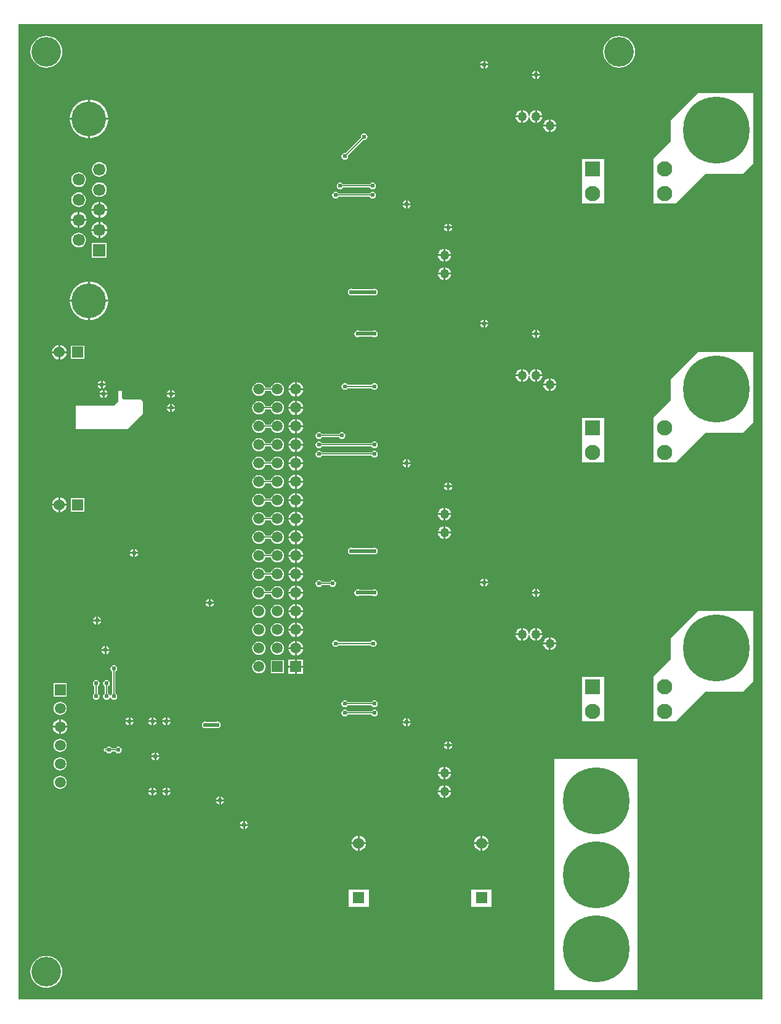
<source format=gbl>
G04*
G04 #@! TF.GenerationSoftware,Altium Limited,Altium Designer,19.1.7 (138)*
G04*
G04 Layer_Physical_Order=2*
G04 Layer_Color=16711680*
%FSLAX25Y25*%
%MOIN*%
G70*
G01*
G75*
%ADD12C,0.00600*%
%ADD70C,0.02000*%
%ADD71C,0.18740*%
%ADD72R,0.06653X0.06653*%
%ADD73C,0.06653*%
%ADD74C,0.05906*%
%ADD75R,0.05906X0.05906*%
%ADD76C,0.06000*%
%ADD77R,0.06000X0.06000*%
%ADD78R,0.06000X0.06000*%
%ADD79C,0.08268*%
%ADD80R,0.08268X0.08268*%
%ADD81C,0.02400*%
%ADD82C,0.16000*%
%ADD83C,0.36000*%
%ADD84C,0.05000*%
G36*
X785000Y100000D02*
X382500D01*
Y627500D01*
X785000D01*
Y100000D01*
D02*
G37*
%LPC*%
G36*
X635000Y607644D02*
Y606000D01*
X636644D01*
X636572Y606358D01*
X636086Y607086D01*
X635358Y607572D01*
X635000Y607644D01*
D02*
G37*
G36*
X634000D02*
X633642Y607572D01*
X632914Y607086D01*
X632428Y606358D01*
X632356Y606000D01*
X634000D01*
Y607644D01*
D02*
G37*
G36*
X707500Y621142D02*
X705814Y620976D01*
X704193Y620484D01*
X702699Y619685D01*
X701390Y618610D01*
X700315Y617301D01*
X699516Y615807D01*
X699024Y614186D01*
X698858Y612500D01*
X699024Y610814D01*
X699516Y609193D01*
X700315Y607699D01*
X701390Y606390D01*
X702699Y605315D01*
X704193Y604516D01*
X705814Y604024D01*
X707500Y603858D01*
X709186Y604024D01*
X710807Y604516D01*
X712301Y605315D01*
X713611Y606390D01*
X714685Y607699D01*
X715484Y609193D01*
X715976Y610814D01*
X716142Y612500D01*
X715976Y614186D01*
X715484Y615807D01*
X714685Y617301D01*
X713611Y618610D01*
X712301Y619685D01*
X710807Y620484D01*
X709186Y620976D01*
X707500Y621142D01*
D02*
G37*
G36*
X397500D02*
X395814Y620976D01*
X394193Y620484D01*
X392699Y619685D01*
X391389Y618610D01*
X390315Y617301D01*
X389516Y615807D01*
X389024Y614186D01*
X388858Y612500D01*
X389024Y610814D01*
X389516Y609193D01*
X390315Y607699D01*
X391389Y606390D01*
X392699Y605315D01*
X394193Y604516D01*
X395814Y604024D01*
X397500Y603858D01*
X399186Y604024D01*
X400807Y604516D01*
X402301Y605315D01*
X403611Y606390D01*
X404685Y607699D01*
X405484Y609193D01*
X405976Y610814D01*
X406142Y612500D01*
X405976Y614186D01*
X405484Y615807D01*
X404685Y617301D01*
X403611Y618610D01*
X402301Y619685D01*
X400807Y620484D01*
X399186Y620976D01*
X397500Y621142D01*
D02*
G37*
G36*
X636644Y605000D02*
X635000D01*
Y603356D01*
X635358Y603428D01*
X636086Y603914D01*
X636572Y604642D01*
X636644Y605000D01*
D02*
G37*
G36*
X634000D02*
X632356D01*
X632428Y604642D01*
X632914Y603914D01*
X633642Y603428D01*
X634000Y603356D01*
Y605000D01*
D02*
G37*
G36*
X663000Y602144D02*
Y600500D01*
X664644D01*
X664572Y600858D01*
X664086Y601586D01*
X663358Y602072D01*
X663000Y602144D01*
D02*
G37*
G36*
X662000D02*
X661642Y602072D01*
X660914Y601586D01*
X660428Y600858D01*
X660356Y600500D01*
X662000D01*
Y602144D01*
D02*
G37*
G36*
X664644Y599500D02*
X663000D01*
Y597856D01*
X663358Y597928D01*
X664086Y598414D01*
X664572Y599142D01*
X664644Y599500D01*
D02*
G37*
G36*
X662000D02*
X660356D01*
X660428Y599142D01*
X660914Y598414D01*
X661642Y597928D01*
X662000Y597856D01*
Y599500D01*
D02*
G37*
G36*
X663000Y580964D02*
Y578000D01*
X665964D01*
X665910Y578414D01*
X665557Y579265D01*
X664996Y579996D01*
X664265Y580557D01*
X663414Y580910D01*
X663000Y580964D01*
D02*
G37*
G36*
X654500D02*
X654086Y580910D01*
X653235Y580557D01*
X652504Y579996D01*
X651943Y579265D01*
X651590Y578414D01*
X651536Y578000D01*
X654500D01*
Y580964D01*
D02*
G37*
G36*
X662000D02*
X661586Y580910D01*
X660735Y580557D01*
X660004Y579996D01*
X659443Y579265D01*
X659090Y578414D01*
X659003Y577754D01*
X659002Y577746D01*
X658498D01*
X658497Y577754D01*
X658410Y578414D01*
X658057Y579265D01*
X657496Y579996D01*
X656765Y580557D01*
X655914Y580910D01*
X655500Y580964D01*
Y577500D01*
Y574036D01*
X655914Y574090D01*
X656765Y574443D01*
X657496Y575004D01*
X658057Y575735D01*
X658410Y576586D01*
X658497Y577246D01*
X658498Y577254D01*
X659002D01*
X659003Y577246D01*
X659090Y576586D01*
X659443Y575735D01*
X660004Y575004D01*
X660735Y574443D01*
X661586Y574090D01*
X662000Y574036D01*
Y577500D01*
Y580964D01*
D02*
G37*
G36*
X421091Y586603D02*
Y576740D01*
X430953D01*
X430865Y577867D01*
X430484Y579455D01*
X429859Y580963D01*
X429006Y582354D01*
X427946Y583596D01*
X426705Y584656D01*
X425313Y585508D01*
X423805Y586133D01*
X422218Y586514D01*
X421091Y586603D01*
D02*
G37*
G36*
X420091D02*
X418963Y586514D01*
X417376Y586133D01*
X415868Y585508D01*
X414476Y584656D01*
X413235Y583596D01*
X412175Y582354D01*
X411322Y580963D01*
X410698Y579455D01*
X410317Y577867D01*
X410228Y576740D01*
X420091D01*
Y586603D01*
D02*
G37*
G36*
X665964Y577000D02*
X663000D01*
Y574036D01*
X663414Y574090D01*
X664265Y574443D01*
X664996Y575004D01*
X665557Y575735D01*
X665910Y576586D01*
X665964Y577000D01*
D02*
G37*
G36*
X654500D02*
X651536D01*
X651590Y576586D01*
X651943Y575735D01*
X652504Y575004D01*
X653235Y574443D01*
X654086Y574090D01*
X654500Y574036D01*
Y577000D01*
D02*
G37*
G36*
X670500Y575964D02*
Y573000D01*
X673464D01*
X673410Y573414D01*
X673057Y574265D01*
X672496Y574996D01*
X671765Y575557D01*
X670914Y575910D01*
X670500Y575964D01*
D02*
G37*
G36*
X669500D02*
X669086Y575910D01*
X668235Y575557D01*
X667504Y574996D01*
X666943Y574265D01*
X666590Y573414D01*
X666536Y573000D01*
X669500D01*
Y575964D01*
D02*
G37*
G36*
X673464Y572000D02*
X670500D01*
Y569036D01*
X670914Y569090D01*
X671765Y569443D01*
X672496Y570004D01*
X673057Y570735D01*
X673410Y571586D01*
X673464Y572000D01*
D02*
G37*
G36*
X669500D02*
X666536D01*
X666590Y571586D01*
X666943Y570735D01*
X667504Y570004D01*
X668235Y569443D01*
X669086Y569090D01*
X669500Y569036D01*
Y572000D01*
D02*
G37*
G36*
X430953Y575740D02*
X421091D01*
Y565877D01*
X422218Y565966D01*
X423805Y566347D01*
X425313Y566972D01*
X426705Y567825D01*
X427946Y568885D01*
X429006Y570126D01*
X429859Y571518D01*
X430484Y573026D01*
X430865Y574613D01*
X430953Y575740D01*
D02*
G37*
G36*
X420091D02*
X410228D01*
X410317Y574613D01*
X410698Y573026D01*
X411322Y571518D01*
X412175Y570126D01*
X413235Y568885D01*
X414476Y567825D01*
X415868Y566972D01*
X417376Y566347D01*
X418963Y565966D01*
X420091Y565877D01*
Y575740D01*
D02*
G37*
G36*
X569500Y568335D02*
X568798Y568196D01*
X568202Y567798D01*
X567804Y567202D01*
X567665Y566500D01*
X567754Y566052D01*
X559448Y557746D01*
X559000Y557835D01*
X558298Y557696D01*
X557702Y557298D01*
X557304Y556702D01*
X557165Y556000D01*
X557304Y555298D01*
X557702Y554702D01*
X558298Y554304D01*
X559000Y554165D01*
X559702Y554304D01*
X560298Y554702D01*
X560696Y555298D01*
X560835Y556000D01*
X560746Y556448D01*
X569052Y564754D01*
X569500Y564665D01*
X570202Y564804D01*
X570798Y565202D01*
X571196Y565798D01*
X571335Y566500D01*
X571196Y567202D01*
X570798Y567798D01*
X570202Y568196D01*
X569500Y568335D01*
D02*
G37*
G36*
X426181Y552819D02*
X425156Y552684D01*
X424201Y552288D01*
X423381Y551659D01*
X422751Y550839D01*
X422355Y549883D01*
X422221Y548858D01*
X422355Y547833D01*
X422751Y546878D01*
X423381Y546058D01*
X424201Y545428D01*
X425156Y545033D01*
X426181Y544898D01*
X427206Y545033D01*
X428161Y545428D01*
X428982Y546058D01*
X429611Y546878D01*
X430007Y547833D01*
X430142Y548858D01*
X430007Y549883D01*
X429611Y550839D01*
X428982Y551659D01*
X428161Y552288D01*
X427206Y552684D01*
X426181Y552819D01*
D02*
G37*
G36*
X574000Y541835D02*
X573298Y541696D01*
X572702Y541298D01*
X572448Y540918D01*
X558052D01*
X557798Y541298D01*
X557202Y541696D01*
X556500Y541835D01*
X555798Y541696D01*
X555202Y541298D01*
X554804Y540702D01*
X554665Y540000D01*
X554804Y539298D01*
X555202Y538702D01*
X555798Y538304D01*
X556500Y538165D01*
X557202Y538304D01*
X557798Y538702D01*
X558052Y539082D01*
X572448D01*
X572702Y538702D01*
X573298Y538304D01*
X574000Y538165D01*
X574702Y538304D01*
X575298Y538702D01*
X575696Y539298D01*
X575835Y540000D01*
X575696Y540702D01*
X575298Y541298D01*
X574702Y541696D01*
X574000Y541835D01*
D02*
G37*
G36*
X415000Y547366D02*
X413975Y547231D01*
X413020Y546836D01*
X412199Y546206D01*
X411570Y545386D01*
X411174Y544431D01*
X411039Y543405D01*
X411174Y542380D01*
X411570Y541425D01*
X412199Y540605D01*
X413020Y539976D01*
X413975Y539580D01*
X415000Y539445D01*
X416025Y539580D01*
X416980Y539976D01*
X417801Y540605D01*
X418430Y541425D01*
X418826Y542380D01*
X418961Y543405D01*
X418826Y544431D01*
X418430Y545386D01*
X417801Y546206D01*
X416980Y546836D01*
X416025Y547231D01*
X415000Y547366D01*
D02*
G37*
G36*
X574000Y536835D02*
X573298Y536696D01*
X572702Y536298D01*
X572448Y535918D01*
X555552D01*
X555298Y536298D01*
X554702Y536696D01*
X554000Y536835D01*
X553298Y536696D01*
X552702Y536298D01*
X552304Y535702D01*
X552165Y535000D01*
X552304Y534298D01*
X552702Y533702D01*
X553298Y533304D01*
X554000Y533165D01*
X554702Y533304D01*
X555298Y533702D01*
X555552Y534082D01*
X572448D01*
X572702Y533702D01*
X573298Y533304D01*
X574000Y533165D01*
X574702Y533304D01*
X575298Y533702D01*
X575696Y534298D01*
X575835Y535000D01*
X575696Y535702D01*
X575298Y536298D01*
X574702Y536696D01*
X574000Y536835D01*
D02*
G37*
G36*
X426181Y541913D02*
X425156Y541778D01*
X424201Y541383D01*
X423381Y540753D01*
X422751Y539933D01*
X422355Y538978D01*
X422221Y537953D01*
X422355Y536928D01*
X422751Y535972D01*
X423381Y535152D01*
X424201Y534523D01*
X425156Y534127D01*
X426181Y533992D01*
X427206Y534127D01*
X428161Y534523D01*
X428982Y535152D01*
X429611Y535972D01*
X430007Y536928D01*
X430142Y537953D01*
X430007Y538978D01*
X429611Y539933D01*
X428982Y540753D01*
X428161Y541383D01*
X427206Y541778D01*
X426181Y541913D01*
D02*
G37*
G36*
X699300Y554600D02*
X687300D01*
Y530600D01*
X699300D01*
Y554600D01*
D02*
G37*
G36*
X780000Y590000D02*
X750000D01*
X735500Y575500D01*
Y564000D01*
X726000Y554500D01*
Y530500D01*
X738000D01*
X754000Y546500D01*
X774500D01*
X780000Y552000D01*
Y590000D01*
D02*
G37*
G36*
X593000Y532144D02*
Y530500D01*
X594644D01*
X594572Y530858D01*
X594086Y531586D01*
X593358Y532072D01*
X593000Y532144D01*
D02*
G37*
G36*
X592000D02*
X591642Y532072D01*
X590914Y531586D01*
X590428Y530858D01*
X590356Y530500D01*
X592000D01*
Y532144D01*
D02*
G37*
G36*
X415000Y536461D02*
X413975Y536326D01*
X413020Y535930D01*
X412199Y535301D01*
X411570Y534480D01*
X411174Y533525D01*
X411039Y532500D01*
X411174Y531475D01*
X411570Y530520D01*
X412199Y529699D01*
X413020Y529070D01*
X413975Y528674D01*
X415000Y528539D01*
X416025Y528674D01*
X416980Y529070D01*
X417801Y529699D01*
X418430Y530520D01*
X418826Y531475D01*
X418961Y532500D01*
X418826Y533525D01*
X418430Y534480D01*
X417801Y535301D01*
X416980Y535930D01*
X416025Y536326D01*
X415000Y536461D01*
D02*
G37*
G36*
X594644Y529500D02*
X593000D01*
Y527856D01*
X593358Y527928D01*
X594086Y528414D01*
X594572Y529142D01*
X594644Y529500D01*
D02*
G37*
G36*
X592000D02*
X590356D01*
X590428Y529142D01*
X590914Y528414D01*
X591642Y527928D01*
X592000Y527856D01*
Y529500D01*
D02*
G37*
G36*
X426681Y531346D02*
Y527547D01*
X430479D01*
X430397Y528177D01*
X429960Y529229D01*
X429267Y530133D01*
X428363Y530827D01*
X427311Y531263D01*
X426681Y531346D01*
D02*
G37*
G36*
X425681Y531346D02*
X425052Y531263D01*
X423999Y530827D01*
X423095Y530133D01*
X422402Y529229D01*
X421966Y528177D01*
X421883Y527547D01*
X425681D01*
Y531346D01*
D02*
G37*
G36*
X430479Y526547D02*
X426681D01*
Y522749D01*
X427311Y522832D01*
X428363Y523268D01*
X429267Y523961D01*
X429960Y524865D01*
X430397Y525918D01*
X430479Y526547D01*
D02*
G37*
G36*
X425681D02*
X421883D01*
X421966Y525918D01*
X422402Y524865D01*
X423095Y523961D01*
X423999Y523268D01*
X425052Y522832D01*
X425681Y522749D01*
Y526547D01*
D02*
G37*
G36*
X415500Y525893D02*
Y522094D01*
X419298D01*
X419215Y522724D01*
X418779Y523776D01*
X418086Y524680D01*
X417182Y525374D01*
X416129Y525810D01*
X415500Y525893D01*
D02*
G37*
G36*
X414500Y525893D02*
X413870Y525810D01*
X412818Y525374D01*
X411914Y524680D01*
X411221Y523776D01*
X410785Y522724D01*
X410702Y522094D01*
X414500D01*
Y525893D01*
D02*
G37*
G36*
X615500Y519644D02*
Y518000D01*
X617144D01*
X617072Y518358D01*
X616586Y519086D01*
X615858Y519572D01*
X615500Y519644D01*
D02*
G37*
G36*
X614500D02*
X614142Y519572D01*
X613414Y519086D01*
X612928Y518358D01*
X612856Y518000D01*
X614500D01*
Y519644D01*
D02*
G37*
G36*
X419298Y521095D02*
X415500D01*
Y517296D01*
X416129Y517379D01*
X417182Y517815D01*
X418086Y518509D01*
X418779Y519412D01*
X419215Y520465D01*
X419298Y521095D01*
D02*
G37*
G36*
X414500D02*
X410702D01*
X410785Y520465D01*
X411221Y519412D01*
X411914Y518509D01*
X412818Y517815D01*
X413870Y517379D01*
X414500Y517296D01*
Y521095D01*
D02*
G37*
G36*
X426681Y520440D02*
Y516642D01*
X430479D01*
X430397Y517271D01*
X429960Y518324D01*
X429267Y519228D01*
X428363Y519921D01*
X427311Y520357D01*
X426681Y520440D01*
D02*
G37*
G36*
X425681Y520440D02*
X425052Y520357D01*
X423999Y519921D01*
X423095Y519228D01*
X422402Y518324D01*
X421966Y517271D01*
X421883Y516642D01*
X425681D01*
Y520440D01*
D02*
G37*
G36*
X617144Y517000D02*
X615500D01*
Y515356D01*
X615858Y515428D01*
X616586Y515914D01*
X617072Y516642D01*
X617144Y517000D01*
D02*
G37*
G36*
X614500D02*
X612856D01*
X612928Y516642D01*
X613414Y515914D01*
X614142Y515428D01*
X614500Y515356D01*
Y517000D01*
D02*
G37*
G36*
X430479Y515642D02*
X426681D01*
Y511843D01*
X427311Y511926D01*
X428363Y512362D01*
X429267Y513056D01*
X429960Y513960D01*
X430397Y515012D01*
X430479Y515642D01*
D02*
G37*
G36*
X425681D02*
X421883D01*
X421966Y515012D01*
X422402Y513960D01*
X423095Y513056D01*
X423999Y512362D01*
X425052Y511926D01*
X425681Y511843D01*
Y515642D01*
D02*
G37*
G36*
X415000Y514650D02*
X413975Y514515D01*
X413020Y514119D01*
X412199Y513490D01*
X411570Y512669D01*
X411174Y511714D01*
X411039Y510689D01*
X411174Y509664D01*
X411570Y508709D01*
X412199Y507888D01*
X413020Y507259D01*
X413975Y506863D01*
X415000Y506728D01*
X416025Y506863D01*
X416980Y507259D01*
X417801Y507888D01*
X418430Y508709D01*
X418826Y509664D01*
X418961Y510689D01*
X418826Y511714D01*
X418430Y512669D01*
X417801Y513490D01*
X416980Y514119D01*
X416025Y514515D01*
X415000Y514650D01*
D02*
G37*
G36*
X613500Y505964D02*
Y503000D01*
X616464D01*
X616410Y503414D01*
X616057Y504265D01*
X615496Y504996D01*
X614765Y505557D01*
X613914Y505910D01*
X613500Y505964D01*
D02*
G37*
G36*
X612500D02*
X612086Y505910D01*
X611235Y505557D01*
X610504Y504996D01*
X609943Y504265D01*
X609590Y503414D01*
X609536Y503000D01*
X612500D01*
Y505964D01*
D02*
G37*
G36*
X430108Y509163D02*
X422254D01*
Y501309D01*
X430108D01*
Y509163D01*
D02*
G37*
G36*
X616464Y502000D02*
X613500D01*
Y499036D01*
X613914Y499090D01*
X614765Y499443D01*
X615496Y500004D01*
X616057Y500735D01*
X616410Y501586D01*
X616464Y502000D01*
D02*
G37*
G36*
X612500D02*
X609536D01*
X609590Y501586D01*
X609943Y500735D01*
X610504Y500004D01*
X611235Y499443D01*
X612086Y499090D01*
X612500Y499036D01*
Y502000D01*
D02*
G37*
G36*
X613500Y495964D02*
Y493000D01*
X616464D01*
X616410Y493414D01*
X616057Y494265D01*
X615496Y494996D01*
X614765Y495557D01*
X613914Y495910D01*
X613500Y495964D01*
D02*
G37*
G36*
X612500D02*
X612086Y495910D01*
X611235Y495557D01*
X610504Y494996D01*
X609943Y494265D01*
X609590Y493414D01*
X609536Y493000D01*
X612500D01*
Y495964D01*
D02*
G37*
G36*
X616464Y492000D02*
X613500D01*
Y489036D01*
X613914Y489090D01*
X614765Y489443D01*
X615496Y490004D01*
X616057Y490735D01*
X616410Y491586D01*
X616464Y492000D01*
D02*
G37*
G36*
X612500D02*
X609536D01*
X609590Y491586D01*
X609943Y490735D01*
X610504Y490004D01*
X611235Y489443D01*
X612086Y489090D01*
X612500Y489036D01*
Y492000D01*
D02*
G37*
G36*
X575000Y484335D02*
X574298Y484196D01*
X574202Y484131D01*
X563298D01*
X563202Y484196D01*
X562500Y484335D01*
X561798Y484196D01*
X561202Y483798D01*
X560804Y483202D01*
X560665Y482500D01*
X560804Y481798D01*
X561202Y481202D01*
X561798Y480804D01*
X562500Y480665D01*
X563202Y480804D01*
X563298Y480869D01*
X574202D01*
X574298Y480804D01*
X575000Y480665D01*
X575702Y480804D01*
X576298Y481202D01*
X576696Y481798D01*
X576835Y482500D01*
X576696Y483202D01*
X576298Y483798D01*
X575702Y484196D01*
X575000Y484335D01*
D02*
G37*
G36*
X421091Y488217D02*
Y478354D01*
X430953D01*
X430865Y479482D01*
X430484Y481069D01*
X429859Y482577D01*
X429006Y483969D01*
X427946Y485210D01*
X426705Y486270D01*
X425313Y487123D01*
X423805Y487747D01*
X422218Y488128D01*
X421091Y488217D01*
D02*
G37*
G36*
X420090D02*
X418963Y488128D01*
X417376Y487747D01*
X415868Y487123D01*
X414476Y486270D01*
X413235Y485210D01*
X412175Y483969D01*
X411322Y482577D01*
X410698Y481069D01*
X410317Y479482D01*
X410228Y478354D01*
X420090D01*
Y488217D01*
D02*
G37*
G36*
Y477354D02*
X410228D01*
X410317Y476227D01*
X410698Y474640D01*
X411322Y473132D01*
X412175Y471740D01*
X413235Y470499D01*
X414476Y469439D01*
X415868Y468586D01*
X417376Y467961D01*
X418963Y467580D01*
X420090Y467491D01*
Y477354D01*
D02*
G37*
G36*
X430953D02*
X421091D01*
Y467491D01*
X422218Y467580D01*
X423805Y467961D01*
X425313Y468586D01*
X426705Y469439D01*
X427946Y470499D01*
X429006Y471740D01*
X429859Y473132D01*
X430484Y474640D01*
X430865Y476227D01*
X430953Y477354D01*
D02*
G37*
G36*
X634994Y467650D02*
Y466006D01*
X636638D01*
X636566Y466364D01*
X636080Y467092D01*
X635353Y467578D01*
X634994Y467650D01*
D02*
G37*
G36*
X633994D02*
X633636Y467578D01*
X632908Y467092D01*
X632422Y466364D01*
X632350Y466006D01*
X633994D01*
Y467650D01*
D02*
G37*
G36*
X636638Y465006D02*
X634994D01*
Y463362D01*
X635353Y463434D01*
X636080Y463920D01*
X636566Y464647D01*
X636638Y465006D01*
D02*
G37*
G36*
X633994D02*
X632350D01*
X632422Y464647D01*
X632908Y463920D01*
X633636Y463434D01*
X633994Y463362D01*
Y465006D01*
D02*
G37*
G36*
X575000Y461835D02*
X574298Y461696D01*
X574202Y461631D01*
X566798D01*
X566702Y461696D01*
X566000Y461835D01*
X565298Y461696D01*
X564702Y461298D01*
X564304Y460702D01*
X564165Y460000D01*
X564304Y459298D01*
X564702Y458702D01*
X565298Y458304D01*
X566000Y458165D01*
X566702Y458304D01*
X566798Y458369D01*
X574202D01*
X574298Y458304D01*
X575000Y458165D01*
X575702Y458304D01*
X576298Y458702D01*
X576696Y459298D01*
X576835Y460000D01*
X576696Y460702D01*
X576298Y461298D01*
X575702Y461696D01*
X575000Y461835D01*
D02*
G37*
G36*
X663000Y462144D02*
Y460500D01*
X664644D01*
X664572Y460858D01*
X664086Y461586D01*
X663358Y462072D01*
X663000Y462144D01*
D02*
G37*
G36*
X662000D02*
X661642Y462072D01*
X660914Y461586D01*
X660428Y460858D01*
X660356Y460500D01*
X662000D01*
Y462144D01*
D02*
G37*
G36*
X664644Y459500D02*
X663000D01*
Y457856D01*
X663358Y457928D01*
X664086Y458414D01*
X664572Y459142D01*
X664644Y459500D01*
D02*
G37*
G36*
X662000D02*
X660356D01*
X660428Y459142D01*
X660914Y458414D01*
X661642Y457928D01*
X662000Y457856D01*
Y459500D01*
D02*
G37*
G36*
X405000Y453969D02*
Y450500D01*
X408469D01*
X408397Y451044D01*
X407994Y452017D01*
X407353Y452853D01*
X406517Y453494D01*
X405544Y453897D01*
X405000Y453969D01*
D02*
G37*
G36*
X404000Y453969D02*
X403456Y453897D01*
X402483Y453494D01*
X401647Y452853D01*
X401006Y452017D01*
X400603Y451044D01*
X400531Y450500D01*
X404000D01*
Y453969D01*
D02*
G37*
G36*
X417943Y453600D02*
X410743D01*
Y446400D01*
X417943D01*
Y453600D01*
D02*
G37*
G36*
X408469Y449500D02*
X405000D01*
Y446031D01*
X405544Y446103D01*
X406517Y446506D01*
X407353Y447147D01*
X407994Y447983D01*
X408397Y448956D01*
X408469Y449500D01*
D02*
G37*
G36*
X404000D02*
X400531D01*
X400603Y448956D01*
X401006Y447983D01*
X401647Y447147D01*
X402483Y446506D01*
X403456Y446103D01*
X404000Y446031D01*
Y449500D01*
D02*
G37*
G36*
X663000Y440964D02*
Y438000D01*
X665964D01*
X665910Y438414D01*
X665557Y439265D01*
X664996Y439996D01*
X664265Y440557D01*
X663414Y440910D01*
X663000Y440964D01*
D02*
G37*
G36*
X654500D02*
X654086Y440910D01*
X653235Y440557D01*
X652504Y439996D01*
X651943Y439265D01*
X651590Y438414D01*
X651536Y438000D01*
X654500D01*
Y440964D01*
D02*
G37*
G36*
X662000D02*
X661586Y440910D01*
X660735Y440557D01*
X660004Y439996D01*
X659443Y439265D01*
X659090Y438414D01*
X659003Y437754D01*
X659002Y437746D01*
X658498D01*
X658497Y437754D01*
X658410Y438414D01*
X658057Y439265D01*
X657496Y439996D01*
X656765Y440557D01*
X655914Y440910D01*
X655500Y440964D01*
Y437500D01*
Y434036D01*
X655914Y434090D01*
X656765Y434443D01*
X657496Y435004D01*
X658057Y435735D01*
X658410Y436586D01*
X658497Y437246D01*
X658498Y437254D01*
X659002D01*
X659003Y437246D01*
X659090Y436586D01*
X659443Y435735D01*
X660004Y435004D01*
X660735Y434443D01*
X661586Y434090D01*
X662000Y434036D01*
Y437500D01*
Y440964D01*
D02*
G37*
G36*
X665964Y437000D02*
X663000D01*
Y434036D01*
X663414Y434090D01*
X664265Y434443D01*
X664996Y435004D01*
X665557Y435735D01*
X665910Y436586D01*
X665964Y437000D01*
D02*
G37*
G36*
X654500D02*
X651536D01*
X651590Y436586D01*
X651943Y435735D01*
X652504Y435004D01*
X653235Y434443D01*
X654086Y434090D01*
X654500Y434036D01*
Y437000D01*
D02*
G37*
G36*
X670500Y435964D02*
Y433000D01*
X673464D01*
X673410Y433414D01*
X673057Y434265D01*
X672496Y434996D01*
X671765Y435557D01*
X670914Y435910D01*
X670500Y435964D01*
D02*
G37*
G36*
X669500D02*
X669086Y435910D01*
X668235Y435557D01*
X667504Y434996D01*
X666943Y434265D01*
X666590Y433414D01*
X666536Y433000D01*
X669500D01*
Y435964D01*
D02*
G37*
G36*
X428000Y434644D02*
Y433000D01*
X429644D01*
X429572Y433358D01*
X429086Y434086D01*
X428358Y434572D01*
X428000Y434644D01*
D02*
G37*
G36*
X427000D02*
X426642Y434572D01*
X425914Y434086D01*
X425428Y433358D01*
X425356Y433000D01*
X427000D01*
Y434644D01*
D02*
G37*
G36*
X575000Y433335D02*
X574298Y433196D01*
X573702Y432798D01*
X573448Y432418D01*
X560552D01*
X560298Y432798D01*
X559702Y433196D01*
X559000Y433335D01*
X558298Y433196D01*
X557702Y432798D01*
X557304Y432202D01*
X557165Y431500D01*
X557304Y430798D01*
X557702Y430202D01*
X558298Y429804D01*
X559000Y429665D01*
X559702Y429804D01*
X560298Y430202D01*
X560552Y430582D01*
X573448D01*
X573702Y430202D01*
X574298Y429804D01*
X575000Y429665D01*
X575702Y429804D01*
X576298Y430202D01*
X576696Y430798D01*
X576835Y431500D01*
X576696Y432202D01*
X576298Y432798D01*
X575702Y433196D01*
X575000Y433335D01*
D02*
G37*
G36*
X522500Y433583D02*
X521572Y433461D01*
X520708Y433103D01*
X519966Y432534D01*
X519397Y431792D01*
X519039Y430928D01*
X519037Y430918D01*
X515963D01*
X515961Y430928D01*
X515603Y431792D01*
X515034Y432534D01*
X514292Y433103D01*
X513427Y433461D01*
X512500Y433583D01*
X511573Y433461D01*
X510708Y433103D01*
X509966Y432534D01*
X509397Y431792D01*
X509039Y430928D01*
X508917Y430000D01*
X509039Y429073D01*
X509397Y428208D01*
X509966Y427466D01*
X510708Y426897D01*
X511573Y426539D01*
X512500Y426417D01*
X513427Y426539D01*
X514292Y426897D01*
X515034Y427466D01*
X515603Y428208D01*
X515961Y429073D01*
X515963Y429082D01*
X519037D01*
X519039Y429073D01*
X519397Y428208D01*
X519966Y427466D01*
X520708Y426897D01*
X521572Y426539D01*
X522500Y426417D01*
X523427Y426539D01*
X524292Y426897D01*
X525034Y427466D01*
X525603Y428208D01*
X525961Y429073D01*
X526083Y430000D01*
X525961Y430928D01*
X525603Y431792D01*
X525034Y432534D01*
X524292Y433103D01*
X523427Y433461D01*
X522500Y433583D01*
D02*
G37*
G36*
X533000Y433921D02*
Y430500D01*
X536421D01*
X536351Y431032D01*
X535953Y431993D01*
X535319Y432819D01*
X534493Y433453D01*
X533532Y433851D01*
X533000Y433921D01*
D02*
G37*
G36*
X532000D02*
X531468Y433851D01*
X530507Y433453D01*
X529681Y432819D01*
X529047Y431993D01*
X528649Y431032D01*
X528579Y430500D01*
X532000D01*
Y433921D01*
D02*
G37*
G36*
X429644Y432000D02*
X428000D01*
Y430356D01*
X428358Y430428D01*
X429086Y430914D01*
X429572Y431642D01*
X429644Y432000D01*
D02*
G37*
G36*
X427000D02*
X425356D01*
X425428Y431642D01*
X425914Y430914D01*
X426642Y430428D01*
X427000Y430356D01*
Y432000D01*
D02*
G37*
G36*
X673464D02*
X670500D01*
Y429036D01*
X670914Y429090D01*
X671765Y429443D01*
X672496Y430004D01*
X673057Y430735D01*
X673410Y431586D01*
X673464Y432000D01*
D02*
G37*
G36*
X669500D02*
X666536D01*
X666590Y431586D01*
X666943Y430735D01*
X667504Y430004D01*
X668235Y429443D01*
X669086Y429090D01*
X669500Y429036D01*
Y432000D01*
D02*
G37*
G36*
X465500Y429644D02*
Y428000D01*
X467144D01*
X467072Y428358D01*
X466586Y429086D01*
X465858Y429572D01*
X465500Y429644D01*
D02*
G37*
G36*
X464500D02*
X464142Y429572D01*
X463414Y429086D01*
X462928Y428358D01*
X462856Y428000D01*
X464500D01*
Y429644D01*
D02*
G37*
G36*
X429000D02*
Y428000D01*
X430644D01*
X430572Y428358D01*
X430086Y429086D01*
X429358Y429572D01*
X429000Y429644D01*
D02*
G37*
G36*
X428000D02*
X427642Y429572D01*
X426914Y429086D01*
X426428Y428358D01*
X426356Y428000D01*
X428000D01*
Y429644D01*
D02*
G37*
G36*
X536421Y429500D02*
X533000D01*
Y426079D01*
X533532Y426149D01*
X534493Y426547D01*
X535319Y427181D01*
X535953Y428007D01*
X536351Y428968D01*
X536421Y429500D01*
D02*
G37*
G36*
X532000D02*
X528579D01*
X528649Y428968D01*
X529047Y428007D01*
X529681Y427181D01*
X530507Y426547D01*
X531468Y426149D01*
X532000Y426079D01*
Y429500D01*
D02*
G37*
G36*
X467144Y427000D02*
X465500D01*
Y425356D01*
X465858Y425428D01*
X466586Y425914D01*
X467072Y426642D01*
X467144Y427000D01*
D02*
G37*
G36*
X464500D02*
X462856D01*
X462928Y426642D01*
X463414Y425914D01*
X464142Y425428D01*
X464500Y425356D01*
Y427000D01*
D02*
G37*
G36*
X430644D02*
X429000D01*
Y425356D01*
X429358Y425428D01*
X430086Y425914D01*
X430572Y426642D01*
X430644Y427000D01*
D02*
G37*
G36*
X428000D02*
X426356D01*
X426428Y426642D01*
X426914Y425914D01*
X427642Y425428D01*
X428000Y425356D01*
Y427000D01*
D02*
G37*
G36*
X522500Y423583D02*
X521572Y423461D01*
X520708Y423103D01*
X519966Y422534D01*
X519397Y421792D01*
X519039Y420927D01*
X519037Y420918D01*
X515963D01*
X515961Y420927D01*
X515603Y421792D01*
X515034Y422534D01*
X514292Y423103D01*
X513427Y423461D01*
X512500Y423583D01*
X511573Y423461D01*
X510708Y423103D01*
X509966Y422534D01*
X509397Y421792D01*
X509039Y420927D01*
X508917Y420000D01*
X509039Y419072D01*
X509397Y418208D01*
X509966Y417466D01*
X510708Y416897D01*
X511573Y416539D01*
X512500Y416417D01*
X513427Y416539D01*
X514292Y416897D01*
X515034Y417466D01*
X515603Y418208D01*
X515961Y419072D01*
X515963Y419082D01*
X519037D01*
X519039Y419072D01*
X519397Y418208D01*
X519966Y417466D01*
X520708Y416897D01*
X521572Y416539D01*
X522500Y416417D01*
X523427Y416539D01*
X524292Y416897D01*
X525034Y417466D01*
X525603Y418208D01*
X525961Y419072D01*
X526083Y420000D01*
X525961Y420927D01*
X525603Y421792D01*
X525034Y422534D01*
X524292Y423103D01*
X523427Y423461D01*
X522500Y423583D01*
D02*
G37*
G36*
X533000Y423921D02*
Y420500D01*
X536421D01*
X536351Y421032D01*
X535953Y421993D01*
X535319Y422819D01*
X534493Y423453D01*
X533532Y423851D01*
X533000Y423921D01*
D02*
G37*
G36*
X465500Y422144D02*
Y420500D01*
X467144D01*
X467072Y420858D01*
X466586Y421586D01*
X465858Y422072D01*
X465500Y422144D01*
D02*
G37*
G36*
X464500D02*
X464142Y422072D01*
X463414Y421586D01*
X462928Y420858D01*
X462856Y420500D01*
X464500D01*
Y422144D01*
D02*
G37*
G36*
X532000Y423921D02*
X531468Y423851D01*
X530507Y423453D01*
X529681Y422819D01*
X529047Y421993D01*
X528649Y421032D01*
X528579Y420500D01*
X532000D01*
Y423921D01*
D02*
G37*
G36*
X467144Y419500D02*
X465500D01*
Y417856D01*
X465858Y417928D01*
X466586Y418414D01*
X467072Y419142D01*
X467144Y419500D01*
D02*
G37*
G36*
X464500D02*
X462856D01*
X462928Y419142D01*
X463414Y418414D01*
X464142Y417928D01*
X464500Y417856D01*
Y419500D01*
D02*
G37*
G36*
X536421D02*
X533000D01*
Y416079D01*
X533532Y416149D01*
X534493Y416547D01*
X535319Y417181D01*
X535953Y418007D01*
X536351Y418968D01*
X536421Y419500D01*
D02*
G37*
G36*
X532000D02*
X528579D01*
X528649Y418968D01*
X529047Y418007D01*
X529681Y417181D01*
X530507Y416547D01*
X531468Y416149D01*
X532000Y416079D01*
Y419500D01*
D02*
G37*
G36*
X522500Y413583D02*
X521572Y413461D01*
X520708Y413103D01*
X519966Y412534D01*
X519397Y411792D01*
X519039Y410927D01*
X519037Y410918D01*
X515963D01*
X515961Y410927D01*
X515603Y411792D01*
X515034Y412534D01*
X514292Y413103D01*
X513427Y413461D01*
X512500Y413583D01*
X511573Y413461D01*
X510708Y413103D01*
X509966Y412534D01*
X509397Y411792D01*
X509039Y410927D01*
X508917Y410000D01*
X509039Y409073D01*
X509397Y408208D01*
X509966Y407466D01*
X510708Y406897D01*
X511573Y406539D01*
X512500Y406417D01*
X513427Y406539D01*
X514292Y406897D01*
X515034Y407466D01*
X515603Y408208D01*
X515961Y409073D01*
X515963Y409082D01*
X519037D01*
X519039Y409073D01*
X519397Y408208D01*
X519966Y407466D01*
X520708Y406897D01*
X521572Y406539D01*
X522500Y406417D01*
X523427Y406539D01*
X524292Y406897D01*
X525034Y407466D01*
X525603Y408208D01*
X525961Y409073D01*
X526083Y410000D01*
X525961Y410927D01*
X525603Y411792D01*
X525034Y412534D01*
X524292Y413103D01*
X523427Y413461D01*
X522500Y413583D01*
D02*
G37*
G36*
X533000Y413921D02*
Y410500D01*
X536421D01*
X536351Y411032D01*
X535953Y411993D01*
X535319Y412819D01*
X534493Y413453D01*
X533532Y413851D01*
X533000Y413921D01*
D02*
G37*
G36*
X532000D02*
X531468Y413851D01*
X530507Y413453D01*
X529681Y412819D01*
X529047Y411993D01*
X528649Y411032D01*
X528579Y410500D01*
X532000D01*
Y413921D01*
D02*
G37*
G36*
X438500Y429000D02*
X436500Y429000D01*
Y423500D01*
X434000Y421000D01*
X413500D01*
Y408500D01*
X441500D01*
X449665Y416665D01*
Y423335D01*
X448500Y424500D01*
X439500D01*
X438500Y425500D01*
Y429000D01*
D02*
G37*
G36*
X536421Y409500D02*
X533000D01*
Y406079D01*
X533532Y406149D01*
X534493Y406547D01*
X535319Y407181D01*
X535953Y408007D01*
X536351Y408968D01*
X536421Y409500D01*
D02*
G37*
G36*
X532000D02*
X528579D01*
X528649Y408968D01*
X529047Y408007D01*
X529681Y407181D01*
X530507Y406547D01*
X531468Y406149D01*
X532000Y406079D01*
Y409500D01*
D02*
G37*
G36*
X557500Y406835D02*
X556798Y406696D01*
X556202Y406298D01*
X555948Y405918D01*
X546552D01*
X546298Y406298D01*
X545702Y406696D01*
X545000Y406835D01*
X544298Y406696D01*
X543702Y406298D01*
X543304Y405702D01*
X543165Y405000D01*
X543304Y404298D01*
X543702Y403702D01*
X544298Y403304D01*
X545000Y403165D01*
X545702Y403304D01*
X546298Y403702D01*
X546552Y404082D01*
X555948D01*
X556202Y403702D01*
X556798Y403304D01*
X557500Y403165D01*
X558202Y403304D01*
X558798Y403702D01*
X559196Y404298D01*
X559335Y405000D01*
X559196Y405702D01*
X558798Y406298D01*
X558202Y406696D01*
X557500Y406835D01*
D02*
G37*
G36*
X575000Y401835D02*
X574298Y401696D01*
X573702Y401298D01*
X573448Y400918D01*
X546552D01*
X546298Y401298D01*
X545702Y401696D01*
X545000Y401835D01*
X544298Y401696D01*
X543702Y401298D01*
X543304Y400702D01*
X543165Y400000D01*
X543304Y399298D01*
X543702Y398702D01*
X544298Y398304D01*
X545000Y398165D01*
X545702Y398304D01*
X546298Y398702D01*
X546552Y399082D01*
X573448D01*
X573702Y398702D01*
X574298Y398304D01*
X575000Y398165D01*
X575702Y398304D01*
X576298Y398702D01*
X576696Y399298D01*
X576835Y400000D01*
X576696Y400702D01*
X576298Y401298D01*
X575702Y401696D01*
X575000Y401835D01*
D02*
G37*
G36*
X522500Y403583D02*
X521572Y403461D01*
X520708Y403103D01*
X519966Y402534D01*
X519397Y401792D01*
X519039Y400927D01*
X519037Y400918D01*
X515963D01*
X515961Y400927D01*
X515603Y401792D01*
X515034Y402534D01*
X514292Y403103D01*
X513427Y403461D01*
X512500Y403583D01*
X511573Y403461D01*
X510708Y403103D01*
X509966Y402534D01*
X509397Y401792D01*
X509039Y400927D01*
X508917Y400000D01*
X509039Y399073D01*
X509397Y398208D01*
X509966Y397466D01*
X510708Y396897D01*
X511573Y396539D01*
X512500Y396417D01*
X513427Y396539D01*
X514292Y396897D01*
X515034Y397466D01*
X515603Y398208D01*
X515961Y399073D01*
X515963Y399082D01*
X519037D01*
X519039Y399073D01*
X519397Y398208D01*
X519966Y397466D01*
X520708Y396897D01*
X521572Y396539D01*
X522500Y396417D01*
X523427Y396539D01*
X524292Y396897D01*
X525034Y397466D01*
X525603Y398208D01*
X525961Y399073D01*
X526083Y400000D01*
X525961Y400927D01*
X525603Y401792D01*
X525034Y402534D01*
X524292Y403103D01*
X523427Y403461D01*
X522500Y403583D01*
D02*
G37*
G36*
X533000Y403921D02*
Y400500D01*
X536421D01*
X536351Y401032D01*
X535953Y401993D01*
X535319Y402819D01*
X534493Y403453D01*
X533532Y403851D01*
X533000Y403921D01*
D02*
G37*
G36*
X532000D02*
X531468Y403851D01*
X530507Y403453D01*
X529681Y402819D01*
X529047Y401993D01*
X528649Y401032D01*
X528579Y400500D01*
X532000D01*
Y403921D01*
D02*
G37*
G36*
X536421Y399500D02*
X533000D01*
Y396079D01*
X533532Y396149D01*
X534493Y396547D01*
X535319Y397181D01*
X535953Y398007D01*
X536351Y398968D01*
X536421Y399500D01*
D02*
G37*
G36*
X532000D02*
X528579D01*
X528649Y398968D01*
X529047Y398007D01*
X529681Y397181D01*
X530507Y396547D01*
X531468Y396149D01*
X532000Y396079D01*
Y399500D01*
D02*
G37*
G36*
X575000Y396835D02*
X574298Y396696D01*
X573702Y396298D01*
X573448Y395918D01*
X546552D01*
X546298Y396298D01*
X545702Y396696D01*
X545000Y396835D01*
X544298Y396696D01*
X543702Y396298D01*
X543304Y395702D01*
X543165Y395000D01*
X543304Y394298D01*
X543702Y393702D01*
X544298Y393304D01*
X545000Y393165D01*
X545702Y393304D01*
X546298Y393702D01*
X546552Y394082D01*
X573448D01*
X573702Y393702D01*
X574298Y393304D01*
X575000Y393165D01*
X575702Y393304D01*
X576298Y393702D01*
X576696Y394298D01*
X576835Y395000D01*
X576696Y395702D01*
X576298Y396298D01*
X575702Y396696D01*
X575000Y396835D01*
D02*
G37*
G36*
X522500Y393583D02*
X521572Y393461D01*
X520708Y393103D01*
X519966Y392534D01*
X519397Y391792D01*
X519039Y390927D01*
X519037Y390918D01*
X515963D01*
X515961Y390927D01*
X515603Y391792D01*
X515034Y392534D01*
X514292Y393103D01*
X513427Y393461D01*
X512500Y393583D01*
X511573Y393461D01*
X510708Y393103D01*
X509966Y392534D01*
X509397Y391792D01*
X509039Y390927D01*
X508917Y390000D01*
X509039Y389073D01*
X509397Y388208D01*
X509966Y387466D01*
X510708Y386897D01*
X511573Y386539D01*
X512500Y386417D01*
X513427Y386539D01*
X514292Y386897D01*
X515034Y387466D01*
X515603Y388208D01*
X515961Y389073D01*
X515963Y389082D01*
X519037D01*
X519039Y389073D01*
X519397Y388208D01*
X519966Y387466D01*
X520708Y386897D01*
X521572Y386539D01*
X522500Y386417D01*
X523427Y386539D01*
X524292Y386897D01*
X525034Y387466D01*
X525603Y388208D01*
X525961Y389073D01*
X526083Y390000D01*
X525961Y390927D01*
X525603Y391792D01*
X525034Y392534D01*
X524292Y393103D01*
X523427Y393461D01*
X522500Y393583D01*
D02*
G37*
G36*
X699300Y414600D02*
X687300D01*
Y390600D01*
X699300D01*
Y414600D01*
D02*
G37*
G36*
X533000Y393921D02*
Y390500D01*
X536421D01*
X536351Y391032D01*
X535953Y391993D01*
X535319Y392819D01*
X534493Y393453D01*
X533532Y393851D01*
X533000Y393921D01*
D02*
G37*
G36*
X780000Y450000D02*
X750000D01*
X735500Y435500D01*
Y424000D01*
X726000Y414500D01*
Y390500D01*
X738000D01*
X754000Y406500D01*
X774500D01*
X780000Y412000D01*
Y450000D01*
D02*
G37*
G36*
X593000Y392144D02*
Y390500D01*
X594644D01*
X594572Y390858D01*
X594086Y391586D01*
X593358Y392072D01*
X593000Y392144D01*
D02*
G37*
G36*
X592000D02*
X591642Y392072D01*
X590914Y391586D01*
X590428Y390858D01*
X590356Y390500D01*
X592000D01*
Y392144D01*
D02*
G37*
G36*
X532000Y393921D02*
X531468Y393851D01*
X530507Y393453D01*
X529681Y392819D01*
X529047Y391993D01*
X528649Y391032D01*
X528579Y390500D01*
X532000D01*
Y393921D01*
D02*
G37*
G36*
X594644Y389500D02*
X593000D01*
Y387856D01*
X593358Y387928D01*
X594086Y388414D01*
X594572Y389142D01*
X594644Y389500D01*
D02*
G37*
G36*
X592000D02*
X590356D01*
X590428Y389142D01*
X590914Y388414D01*
X591642Y387928D01*
X592000Y387856D01*
Y389500D01*
D02*
G37*
G36*
X536421D02*
X533000D01*
Y386079D01*
X533532Y386149D01*
X534493Y386547D01*
X535319Y387181D01*
X535953Y388007D01*
X536351Y388968D01*
X536421Y389500D01*
D02*
G37*
G36*
X532000D02*
X528579D01*
X528649Y388968D01*
X529047Y388007D01*
X529681Y387181D01*
X530507Y386547D01*
X531468Y386149D01*
X532000Y386079D01*
Y389500D01*
D02*
G37*
G36*
X522500Y383583D02*
X521572Y383461D01*
X520708Y383103D01*
X519966Y382534D01*
X519397Y381792D01*
X519039Y380927D01*
X519037Y380918D01*
X515963D01*
X515961Y380927D01*
X515603Y381792D01*
X515034Y382534D01*
X514292Y383103D01*
X513427Y383461D01*
X512500Y383583D01*
X511573Y383461D01*
X510708Y383103D01*
X509966Y382534D01*
X509397Y381792D01*
X509039Y380927D01*
X508917Y380000D01*
X509039Y379073D01*
X509397Y378208D01*
X509966Y377466D01*
X510708Y376897D01*
X511573Y376539D01*
X512500Y376417D01*
X513427Y376539D01*
X514292Y376897D01*
X515034Y377466D01*
X515603Y378208D01*
X515961Y379073D01*
X515963Y379082D01*
X519037D01*
X519039Y379073D01*
X519397Y378208D01*
X519966Y377466D01*
X520708Y376897D01*
X521572Y376539D01*
X522500Y376417D01*
X523427Y376539D01*
X524292Y376897D01*
X525034Y377466D01*
X525603Y378208D01*
X525961Y379073D01*
X526083Y380000D01*
X525961Y380927D01*
X525603Y381792D01*
X525034Y382534D01*
X524292Y383103D01*
X523427Y383461D01*
X522500Y383583D01*
D02*
G37*
G36*
X533000Y383921D02*
Y380500D01*
X536421D01*
X536351Y381032D01*
X535953Y381993D01*
X535319Y382819D01*
X534493Y383453D01*
X533532Y383851D01*
X533000Y383921D01*
D02*
G37*
G36*
X532000D02*
X531468Y383851D01*
X530507Y383453D01*
X529681Y382819D01*
X529047Y381993D01*
X528649Y381032D01*
X528579Y380500D01*
X532000D01*
Y383921D01*
D02*
G37*
G36*
X615500Y379644D02*
Y378000D01*
X617144D01*
X617072Y378358D01*
X616586Y379086D01*
X615858Y379572D01*
X615500Y379644D01*
D02*
G37*
G36*
X614500D02*
X614142Y379572D01*
X613414Y379086D01*
X612928Y378358D01*
X612856Y378000D01*
X614500D01*
Y379644D01*
D02*
G37*
G36*
X536421Y379500D02*
X533000D01*
Y376079D01*
X533532Y376149D01*
X534493Y376547D01*
X535319Y377181D01*
X535953Y378007D01*
X536351Y378968D01*
X536421Y379500D01*
D02*
G37*
G36*
X532000D02*
X528579D01*
X528649Y378968D01*
X529047Y378007D01*
X529681Y377181D01*
X530507Y376547D01*
X531468Y376149D01*
X532000Y376079D01*
Y379500D01*
D02*
G37*
G36*
X617144Y377000D02*
X615500D01*
Y375356D01*
X615858Y375428D01*
X616586Y375914D01*
X617072Y376642D01*
X617144Y377000D01*
D02*
G37*
G36*
X614500D02*
X612856D01*
X612928Y376642D01*
X613414Y375914D01*
X614142Y375428D01*
X614500Y375356D01*
Y377000D01*
D02*
G37*
G36*
X522500Y373583D02*
X521572Y373461D01*
X520708Y373103D01*
X519966Y372534D01*
X519397Y371792D01*
X519039Y370927D01*
X519037Y370918D01*
X515963D01*
X515961Y370927D01*
X515603Y371792D01*
X515034Y372534D01*
X514292Y373103D01*
X513427Y373461D01*
X512500Y373583D01*
X511573Y373461D01*
X510708Y373103D01*
X509966Y372534D01*
X509397Y371792D01*
X509039Y370927D01*
X508917Y370000D01*
X509039Y369073D01*
X509397Y368208D01*
X509966Y367466D01*
X510708Y366897D01*
X511573Y366539D01*
X512500Y366417D01*
X513427Y366539D01*
X514292Y366897D01*
X515034Y367466D01*
X515603Y368208D01*
X515961Y369073D01*
X515963Y369082D01*
X519037D01*
X519039Y369073D01*
X519397Y368208D01*
X519966Y367466D01*
X520708Y366897D01*
X521572Y366539D01*
X522500Y366417D01*
X523427Y366539D01*
X524292Y366897D01*
X525034Y367466D01*
X525603Y368208D01*
X525961Y369073D01*
X526083Y370000D01*
X525961Y370927D01*
X525603Y371792D01*
X525034Y372534D01*
X524292Y373103D01*
X523427Y373461D01*
X522500Y373583D01*
D02*
G37*
G36*
X533000Y373921D02*
Y370500D01*
X536421D01*
X536351Y371032D01*
X535953Y371993D01*
X535319Y372819D01*
X534493Y373453D01*
X533532Y373851D01*
X533000Y373921D01*
D02*
G37*
G36*
X532000D02*
X531468Y373851D01*
X530507Y373453D01*
X529681Y372819D01*
X529047Y371993D01*
X528649Y371032D01*
X528579Y370500D01*
X532000D01*
Y373921D01*
D02*
G37*
G36*
X405000Y371469D02*
Y368000D01*
X408469D01*
X408397Y368544D01*
X407994Y369517D01*
X407353Y370353D01*
X406517Y370994D01*
X405544Y371397D01*
X405000Y371469D01*
D02*
G37*
G36*
X404000Y371469D02*
X403456Y371397D01*
X402483Y370994D01*
X401647Y370353D01*
X401006Y369517D01*
X400603Y368544D01*
X400531Y368000D01*
X404000D01*
Y371469D01*
D02*
G37*
G36*
X536421Y369500D02*
X533000D01*
Y366079D01*
X533532Y366149D01*
X534493Y366547D01*
X535319Y367181D01*
X535953Y368007D01*
X536351Y368968D01*
X536421Y369500D01*
D02*
G37*
G36*
X532000D02*
X528579D01*
X528649Y368968D01*
X529047Y368007D01*
X529681Y367181D01*
X530507Y366547D01*
X531468Y366149D01*
X532000Y366079D01*
Y369500D01*
D02*
G37*
G36*
X417943Y371100D02*
X410743D01*
Y363900D01*
X417943D01*
Y371100D01*
D02*
G37*
G36*
X408469Y367000D02*
X405000D01*
Y363531D01*
X405544Y363603D01*
X406517Y364006D01*
X407353Y364647D01*
X407994Y365483D01*
X408397Y366456D01*
X408469Y367000D01*
D02*
G37*
G36*
X404000D02*
X400531D01*
X400603Y366456D01*
X401006Y365483D01*
X401647Y364647D01*
X402483Y364006D01*
X403456Y363603D01*
X404000Y363531D01*
Y367000D01*
D02*
G37*
G36*
X613500Y365964D02*
Y363000D01*
X616464D01*
X616410Y363414D01*
X616057Y364265D01*
X615496Y364996D01*
X614765Y365557D01*
X613914Y365910D01*
X613500Y365964D01*
D02*
G37*
G36*
X612500D02*
X612086Y365910D01*
X611235Y365557D01*
X610504Y364996D01*
X609943Y364265D01*
X609590Y363414D01*
X609536Y363000D01*
X612500D01*
Y365964D01*
D02*
G37*
G36*
X522500Y363583D02*
X521572Y363461D01*
X520708Y363103D01*
X519966Y362534D01*
X519397Y361792D01*
X519039Y360927D01*
X519037Y360918D01*
X515963D01*
X515961Y360927D01*
X515603Y361792D01*
X515034Y362534D01*
X514292Y363103D01*
X513427Y363461D01*
X512500Y363583D01*
X511573Y363461D01*
X510708Y363103D01*
X509966Y362534D01*
X509397Y361792D01*
X509039Y360927D01*
X508917Y360000D01*
X509039Y359073D01*
X509397Y358208D01*
X509966Y357466D01*
X510708Y356897D01*
X511573Y356539D01*
X512500Y356417D01*
X513427Y356539D01*
X514292Y356897D01*
X515034Y357466D01*
X515603Y358208D01*
X515961Y359073D01*
X515963Y359082D01*
X519037D01*
X519039Y359073D01*
X519397Y358208D01*
X519966Y357466D01*
X520708Y356897D01*
X521572Y356539D01*
X522500Y356417D01*
X523427Y356539D01*
X524292Y356897D01*
X525034Y357466D01*
X525603Y358208D01*
X525961Y359073D01*
X526083Y360000D01*
X525961Y360927D01*
X525603Y361792D01*
X525034Y362534D01*
X524292Y363103D01*
X523427Y363461D01*
X522500Y363583D01*
D02*
G37*
G36*
X533000Y363921D02*
Y360500D01*
X536421D01*
X536351Y361032D01*
X535953Y361993D01*
X535319Y362819D01*
X534493Y363453D01*
X533532Y363851D01*
X533000Y363921D01*
D02*
G37*
G36*
X532000D02*
X531468Y363851D01*
X530507Y363453D01*
X529681Y362819D01*
X529047Y361993D01*
X528649Y361032D01*
X528579Y360500D01*
X532000D01*
Y363921D01*
D02*
G37*
G36*
X616464Y362000D02*
X613500D01*
Y359036D01*
X613914Y359090D01*
X614765Y359443D01*
X615496Y360004D01*
X616057Y360735D01*
X616410Y361586D01*
X616464Y362000D01*
D02*
G37*
G36*
X612500D02*
X609536D01*
X609590Y361586D01*
X609943Y360735D01*
X610504Y360004D01*
X611235Y359443D01*
X612086Y359090D01*
X612500Y359036D01*
Y362000D01*
D02*
G37*
G36*
X536421Y359500D02*
X533000D01*
Y356079D01*
X533532Y356149D01*
X534493Y356547D01*
X535319Y357181D01*
X535953Y358007D01*
X536351Y358968D01*
X536421Y359500D01*
D02*
G37*
G36*
X532000D02*
X528579D01*
X528649Y358968D01*
X529047Y358007D01*
X529681Y357181D01*
X530507Y356547D01*
X531468Y356149D01*
X532000Y356079D01*
Y359500D01*
D02*
G37*
G36*
X613500Y355964D02*
Y353000D01*
X616464D01*
X616410Y353414D01*
X616057Y354265D01*
X615496Y354996D01*
X614765Y355557D01*
X613914Y355910D01*
X613500Y355964D01*
D02*
G37*
G36*
X612500D02*
X612086Y355910D01*
X611235Y355557D01*
X610504Y354996D01*
X609943Y354265D01*
X609590Y353414D01*
X609536Y353000D01*
X612500D01*
Y355964D01*
D02*
G37*
G36*
X522500Y353583D02*
X521572Y353461D01*
X520708Y353103D01*
X519966Y352534D01*
X519397Y351792D01*
X519039Y350927D01*
X519037Y350918D01*
X515963D01*
X515961Y350927D01*
X515603Y351792D01*
X515034Y352534D01*
X514292Y353103D01*
X513427Y353461D01*
X512500Y353583D01*
X511573Y353461D01*
X510708Y353103D01*
X509966Y352534D01*
X509397Y351792D01*
X509039Y350927D01*
X508917Y350000D01*
X509039Y349073D01*
X509397Y348208D01*
X509966Y347466D01*
X510708Y346897D01*
X511573Y346539D01*
X512500Y346417D01*
X513427Y346539D01*
X514292Y346897D01*
X515034Y347466D01*
X515603Y348208D01*
X515961Y349073D01*
X515963Y349082D01*
X519037D01*
X519039Y349073D01*
X519397Y348208D01*
X519966Y347466D01*
X520708Y346897D01*
X521572Y346539D01*
X522500Y346417D01*
X523427Y346539D01*
X524292Y346897D01*
X525034Y347466D01*
X525603Y348208D01*
X525961Y349073D01*
X526083Y350000D01*
X525961Y350927D01*
X525603Y351792D01*
X525034Y352534D01*
X524292Y353103D01*
X523427Y353461D01*
X522500Y353583D01*
D02*
G37*
G36*
X533000Y353921D02*
Y350500D01*
X536421D01*
X536351Y351032D01*
X535953Y351993D01*
X535319Y352819D01*
X534493Y353453D01*
X533532Y353851D01*
X533000Y353921D01*
D02*
G37*
G36*
X532000D02*
X531468Y353851D01*
X530507Y353453D01*
X529681Y352819D01*
X529047Y351993D01*
X528649Y351032D01*
X528579Y350500D01*
X532000D01*
Y353921D01*
D02*
G37*
G36*
X616464Y352000D02*
X613500D01*
Y349036D01*
X613914Y349090D01*
X614765Y349443D01*
X615496Y350004D01*
X616057Y350735D01*
X616410Y351586D01*
X616464Y352000D01*
D02*
G37*
G36*
X612500D02*
X609536D01*
X609590Y351586D01*
X609943Y350735D01*
X610504Y350004D01*
X611235Y349443D01*
X612086Y349090D01*
X612500Y349036D01*
Y352000D01*
D02*
G37*
G36*
X536421Y349500D02*
X533000D01*
Y346079D01*
X533532Y346149D01*
X534493Y346547D01*
X535319Y347181D01*
X535953Y348007D01*
X536351Y348968D01*
X536421Y349500D01*
D02*
G37*
G36*
X532000D02*
X528579D01*
X528649Y348968D01*
X529047Y348007D01*
X529681Y347181D01*
X530507Y346547D01*
X531468Y346149D01*
X532000Y346079D01*
Y349500D01*
D02*
G37*
G36*
X575000Y344335D02*
X574298Y344196D01*
X574202Y344131D01*
X563298D01*
X563202Y344196D01*
X562500Y344335D01*
X561798Y344196D01*
X561202Y343798D01*
X560804Y343202D01*
X560665Y342500D01*
X560804Y341798D01*
X561202Y341202D01*
X561798Y340804D01*
X562500Y340665D01*
X563202Y340804D01*
X563298Y340869D01*
X574202D01*
X574298Y340804D01*
X575000Y340665D01*
X575702Y340804D01*
X576298Y341202D01*
X576696Y341798D01*
X576835Y342500D01*
X576696Y343202D01*
X576298Y343798D01*
X575702Y344196D01*
X575000Y344335D01*
D02*
G37*
G36*
X445500Y343644D02*
Y342000D01*
X447144D01*
X447072Y342358D01*
X446586Y343086D01*
X445858Y343572D01*
X445500Y343644D01*
D02*
G37*
G36*
X444500D02*
X444142Y343572D01*
X443414Y343086D01*
X442928Y342358D01*
X442856Y342000D01*
X444500D01*
Y343644D01*
D02*
G37*
G36*
X522500Y343583D02*
X521572Y343461D01*
X520708Y343103D01*
X519966Y342534D01*
X519397Y341792D01*
X519039Y340927D01*
X519037Y340918D01*
X515963D01*
X515961Y340927D01*
X515603Y341792D01*
X515034Y342534D01*
X514292Y343103D01*
X513427Y343461D01*
X512500Y343583D01*
X511573Y343461D01*
X510708Y343103D01*
X509966Y342534D01*
X509397Y341792D01*
X509039Y340927D01*
X508917Y340000D01*
X509039Y339073D01*
X509397Y338208D01*
X509966Y337466D01*
X510708Y336897D01*
X511573Y336539D01*
X512500Y336417D01*
X513427Y336539D01*
X514292Y336897D01*
X515034Y337466D01*
X515603Y338208D01*
X515961Y339073D01*
X515963Y339082D01*
X519037D01*
X519039Y339073D01*
X519397Y338208D01*
X519966Y337466D01*
X520708Y336897D01*
X521572Y336539D01*
X522500Y336417D01*
X523427Y336539D01*
X524292Y336897D01*
X525034Y337466D01*
X525603Y338208D01*
X525961Y339073D01*
X526083Y340000D01*
X525961Y340927D01*
X525603Y341792D01*
X525034Y342534D01*
X524292Y343103D01*
X523427Y343461D01*
X522500Y343583D01*
D02*
G37*
G36*
X533000Y343921D02*
Y340500D01*
X536421D01*
X536351Y341032D01*
X535953Y341993D01*
X535319Y342819D01*
X534493Y343453D01*
X533532Y343851D01*
X533000Y343921D01*
D02*
G37*
G36*
X532000D02*
X531468Y343851D01*
X530507Y343453D01*
X529681Y342819D01*
X529047Y341993D01*
X528649Y341032D01*
X528579Y340500D01*
X532000D01*
Y343921D01*
D02*
G37*
G36*
X447144Y341000D02*
X445500D01*
Y339356D01*
X445858Y339428D01*
X446586Y339914D01*
X447072Y340642D01*
X447144Y341000D01*
D02*
G37*
G36*
X444500D02*
X442856D01*
X442928Y340642D01*
X443414Y339914D01*
X444142Y339428D01*
X444500Y339356D01*
Y341000D01*
D02*
G37*
G36*
X536421Y339500D02*
X533000D01*
Y336079D01*
X533532Y336149D01*
X534493Y336547D01*
X535319Y337181D01*
X535953Y338007D01*
X536351Y338968D01*
X536421Y339500D01*
D02*
G37*
G36*
X532000D02*
X528579D01*
X528649Y338968D01*
X529047Y338007D01*
X529681Y337181D01*
X530507Y336547D01*
X531468Y336149D01*
X532000Y336079D01*
Y339500D01*
D02*
G37*
G36*
X522500Y333583D02*
X521572Y333461D01*
X520708Y333103D01*
X519966Y332534D01*
X519397Y331792D01*
X519039Y330927D01*
X519037Y330918D01*
X515963D01*
X515961Y330927D01*
X515603Y331792D01*
X515034Y332534D01*
X514292Y333103D01*
X513427Y333461D01*
X512500Y333583D01*
X511573Y333461D01*
X510708Y333103D01*
X509966Y332534D01*
X509397Y331792D01*
X509039Y330927D01*
X508917Y330000D01*
X509039Y329073D01*
X509397Y328208D01*
X509966Y327466D01*
X510708Y326897D01*
X511573Y326539D01*
X512500Y326417D01*
X513427Y326539D01*
X514292Y326897D01*
X515034Y327466D01*
X515603Y328208D01*
X515961Y329073D01*
X515963Y329082D01*
X519037D01*
X519039Y329073D01*
X519397Y328208D01*
X519966Y327466D01*
X520708Y326897D01*
X521572Y326539D01*
X522500Y326417D01*
X523427Y326539D01*
X524292Y326897D01*
X525034Y327466D01*
X525603Y328208D01*
X525961Y329073D01*
X526083Y330000D01*
X525961Y330927D01*
X525603Y331792D01*
X525034Y332534D01*
X524292Y333103D01*
X523427Y333461D01*
X522500Y333583D01*
D02*
G37*
G36*
X533000Y333921D02*
Y330500D01*
X536421D01*
X536351Y331032D01*
X535953Y331993D01*
X535319Y332819D01*
X534493Y333453D01*
X533532Y333851D01*
X533000Y333921D01*
D02*
G37*
G36*
X532000D02*
X531468Y333851D01*
X530507Y333453D01*
X529681Y332819D01*
X529047Y331993D01*
X528649Y331032D01*
X528579Y330500D01*
X532000D01*
Y333921D01*
D02*
G37*
G36*
X536421Y329500D02*
X533000D01*
Y326079D01*
X533532Y326149D01*
X534493Y326547D01*
X535319Y327181D01*
X535953Y328007D01*
X536351Y328968D01*
X536421Y329500D01*
D02*
G37*
G36*
X532000D02*
X528579D01*
X528649Y328968D01*
X529047Y328007D01*
X529681Y327181D01*
X530507Y326547D01*
X531468Y326149D01*
X532000Y326079D01*
Y329500D01*
D02*
G37*
G36*
X634994Y327649D02*
Y326006D01*
X636638D01*
X636566Y326364D01*
X636080Y327092D01*
X635353Y327578D01*
X634994Y327649D01*
D02*
G37*
G36*
X633994D02*
X633636Y327578D01*
X632908Y327092D01*
X632422Y326364D01*
X632350Y326006D01*
X633994D01*
Y327649D01*
D02*
G37*
G36*
X552500Y326835D02*
X551798Y326696D01*
X551202Y326298D01*
X550948Y325918D01*
X546552D01*
X546298Y326298D01*
X545702Y326696D01*
X545000Y326835D01*
X544298Y326696D01*
X543702Y326298D01*
X543304Y325702D01*
X543165Y325000D01*
X543304Y324298D01*
X543702Y323702D01*
X544298Y323304D01*
X545000Y323165D01*
X545702Y323304D01*
X546298Y323702D01*
X546552Y324082D01*
X550948D01*
X551202Y323702D01*
X551798Y323304D01*
X552500Y323165D01*
X553202Y323304D01*
X553798Y323702D01*
X554196Y324298D01*
X554335Y325000D01*
X554196Y325702D01*
X553798Y326298D01*
X553202Y326696D01*
X552500Y326835D01*
D02*
G37*
G36*
X636638Y325006D02*
X634994D01*
Y323362D01*
X635353Y323434D01*
X636080Y323920D01*
X636566Y324647D01*
X636638Y325006D01*
D02*
G37*
G36*
X633994D02*
X632350D01*
X632422Y324647D01*
X632908Y323920D01*
X633636Y323434D01*
X633994Y323362D01*
Y325006D01*
D02*
G37*
G36*
X575000Y321835D02*
X574298Y321696D01*
X574202Y321631D01*
X566798D01*
X566702Y321696D01*
X566000Y321835D01*
X565298Y321696D01*
X564702Y321298D01*
X564304Y320702D01*
X564165Y320000D01*
X564304Y319298D01*
X564702Y318702D01*
X565298Y318304D01*
X566000Y318165D01*
X566702Y318304D01*
X566798Y318369D01*
X574202D01*
X574298Y318304D01*
X575000Y318165D01*
X575702Y318304D01*
X576298Y318702D01*
X576696Y319298D01*
X576835Y320000D01*
X576696Y320702D01*
X576298Y321298D01*
X575702Y321696D01*
X575000Y321835D01*
D02*
G37*
G36*
X522500Y323583D02*
X521572Y323461D01*
X520708Y323103D01*
X519966Y322534D01*
X519397Y321792D01*
X519039Y320927D01*
X519037Y320918D01*
X515963D01*
X515961Y320927D01*
X515603Y321792D01*
X515034Y322534D01*
X514292Y323103D01*
X513427Y323461D01*
X512500Y323583D01*
X511573Y323461D01*
X510708Y323103D01*
X509966Y322534D01*
X509397Y321792D01*
X509039Y320927D01*
X508917Y320000D01*
X509039Y319073D01*
X509397Y318208D01*
X509966Y317466D01*
X510708Y316897D01*
X511573Y316539D01*
X512500Y316417D01*
X513427Y316539D01*
X514292Y316897D01*
X515034Y317466D01*
X515603Y318208D01*
X515961Y319073D01*
X515963Y319082D01*
X519037D01*
X519039Y319073D01*
X519397Y318208D01*
X519966Y317466D01*
X520708Y316897D01*
X521572Y316539D01*
X522500Y316417D01*
X523427Y316539D01*
X524292Y316897D01*
X525034Y317466D01*
X525603Y318208D01*
X525961Y319073D01*
X526083Y320000D01*
X525961Y320927D01*
X525603Y321792D01*
X525034Y322534D01*
X524292Y323103D01*
X523427Y323461D01*
X522500Y323583D01*
D02*
G37*
G36*
X533000Y323921D02*
Y320500D01*
X536421D01*
X536351Y321032D01*
X535953Y321993D01*
X535319Y322819D01*
X534493Y323453D01*
X533532Y323851D01*
X533000Y323921D01*
D02*
G37*
G36*
X663000Y322144D02*
Y320500D01*
X664644D01*
X664572Y320858D01*
X664086Y321586D01*
X663358Y322072D01*
X663000Y322144D01*
D02*
G37*
G36*
X662000D02*
X661642Y322072D01*
X660914Y321586D01*
X660428Y320858D01*
X660356Y320500D01*
X662000D01*
Y322144D01*
D02*
G37*
G36*
X532000Y323921D02*
X531468Y323851D01*
X530507Y323453D01*
X529681Y322819D01*
X529047Y321993D01*
X528649Y321032D01*
X528579Y320500D01*
X532000D01*
Y323921D01*
D02*
G37*
G36*
X664644Y319500D02*
X663000D01*
Y317856D01*
X663358Y317928D01*
X664086Y318414D01*
X664572Y319142D01*
X664644Y319500D01*
D02*
G37*
G36*
X662000D02*
X660356D01*
X660428Y319142D01*
X660914Y318414D01*
X661642Y317928D01*
X662000Y317856D01*
Y319500D01*
D02*
G37*
G36*
X536421D02*
X533000D01*
Y316079D01*
X533532Y316149D01*
X534493Y316547D01*
X535319Y317181D01*
X535953Y318007D01*
X536351Y318968D01*
X536421Y319500D01*
D02*
G37*
G36*
X532000D02*
X528579D01*
X528649Y318968D01*
X529047Y318007D01*
X529681Y317181D01*
X530507Y316547D01*
X531468Y316149D01*
X532000Y316079D01*
Y319500D01*
D02*
G37*
G36*
X486500Y316644D02*
Y315000D01*
X488144D01*
X488072Y315358D01*
X487586Y316086D01*
X486858Y316572D01*
X486500Y316644D01*
D02*
G37*
G36*
X485500D02*
X485142Y316572D01*
X484414Y316086D01*
X483928Y315358D01*
X483856Y315000D01*
X485500D01*
Y316644D01*
D02*
G37*
G36*
X488144Y314000D02*
X486500D01*
Y312356D01*
X486858Y312428D01*
X487586Y312914D01*
X488072Y313642D01*
X488144Y314000D01*
D02*
G37*
G36*
X485500D02*
X483856D01*
X483928Y313642D01*
X484414Y312914D01*
X485142Y312428D01*
X485500Y312356D01*
Y314000D01*
D02*
G37*
G36*
X533000Y313921D02*
Y310500D01*
X536421D01*
X536351Y311032D01*
X535953Y311993D01*
X535319Y312819D01*
X534493Y313453D01*
X533532Y313851D01*
X533000Y313921D01*
D02*
G37*
G36*
X532000D02*
X531468Y313851D01*
X530507Y313453D01*
X529681Y312819D01*
X529047Y311993D01*
X528649Y311032D01*
X528579Y310500D01*
X532000D01*
Y313921D01*
D02*
G37*
G36*
X522500Y313583D02*
X521572Y313461D01*
X520708Y313103D01*
X519966Y312534D01*
X519397Y311792D01*
X519039Y310927D01*
X518917Y310000D01*
X519039Y309073D01*
X519397Y308208D01*
X519966Y307466D01*
X520708Y306897D01*
X521572Y306539D01*
X522500Y306417D01*
X523427Y306539D01*
X524292Y306897D01*
X525034Y307466D01*
X525603Y308208D01*
X525961Y309073D01*
X526083Y310000D01*
X525961Y310927D01*
X525603Y311792D01*
X525034Y312534D01*
X524292Y313103D01*
X523427Y313461D01*
X522500Y313583D01*
D02*
G37*
G36*
X512500D02*
X511573Y313461D01*
X510708Y313103D01*
X509966Y312534D01*
X509397Y311792D01*
X509039Y310927D01*
X508917Y310000D01*
X509039Y309073D01*
X509397Y308208D01*
X509966Y307466D01*
X510708Y306897D01*
X511573Y306539D01*
X512500Y306417D01*
X513427Y306539D01*
X514292Y306897D01*
X515034Y307466D01*
X515603Y308208D01*
X515961Y309073D01*
X516083Y310000D01*
X515961Y310927D01*
X515603Y311792D01*
X515034Y312534D01*
X514292Y313103D01*
X513427Y313461D01*
X512500Y313583D01*
D02*
G37*
G36*
X536421Y309500D02*
X533000D01*
Y306079D01*
X533532Y306149D01*
X534493Y306547D01*
X535319Y307181D01*
X535953Y308007D01*
X536351Y308968D01*
X536421Y309500D01*
D02*
G37*
G36*
X532000D02*
X528579D01*
X528649Y308968D01*
X529047Y308007D01*
X529681Y307181D01*
X530507Y306547D01*
X531468Y306149D01*
X532000Y306079D01*
Y309500D01*
D02*
G37*
G36*
X425500Y307191D02*
Y305547D01*
X427144D01*
X427072Y305906D01*
X426586Y306633D01*
X425858Y307120D01*
X425500Y307191D01*
D02*
G37*
G36*
X424500D02*
X424142Y307120D01*
X423414Y306633D01*
X422928Y305906D01*
X422856Y305547D01*
X424500D01*
Y307191D01*
D02*
G37*
G36*
X427144Y304547D02*
X425500D01*
Y302904D01*
X425858Y302975D01*
X426586Y303461D01*
X427072Y304189D01*
X427144Y304547D01*
D02*
G37*
G36*
X424500D02*
X422856D01*
X422928Y304189D01*
X423414Y303461D01*
X424142Y302975D01*
X424500Y302904D01*
Y304547D01*
D02*
G37*
G36*
X533000Y303921D02*
Y300500D01*
X536421D01*
X536351Y301032D01*
X535953Y301993D01*
X535319Y302819D01*
X534493Y303453D01*
X533532Y303851D01*
X533000Y303921D01*
D02*
G37*
G36*
X532000D02*
X531468Y303851D01*
X530507Y303453D01*
X529681Y302819D01*
X529047Y301993D01*
X528649Y301032D01*
X528579Y300500D01*
X532000D01*
Y303921D01*
D02*
G37*
G36*
X663000Y300964D02*
Y298000D01*
X665964D01*
X665910Y298414D01*
X665557Y299265D01*
X664996Y299996D01*
X664265Y300557D01*
X663414Y300910D01*
X663000Y300964D01*
D02*
G37*
G36*
X654500D02*
X654086Y300910D01*
X653235Y300557D01*
X652504Y299996D01*
X651943Y299265D01*
X651590Y298414D01*
X651536Y298000D01*
X654500D01*
Y300964D01*
D02*
G37*
G36*
X662000D02*
X661586Y300910D01*
X660735Y300557D01*
X660004Y299996D01*
X659443Y299265D01*
X659090Y298414D01*
X659003Y297754D01*
X659002Y297746D01*
X658498D01*
X658497Y297754D01*
X658410Y298414D01*
X658057Y299265D01*
X657496Y299996D01*
X656765Y300557D01*
X655914Y300910D01*
X655500Y300964D01*
Y297500D01*
Y294036D01*
X655914Y294090D01*
X656765Y294443D01*
X657496Y295004D01*
X658057Y295735D01*
X658410Y296586D01*
X658497Y297246D01*
X658498Y297254D01*
X659002D01*
X659003Y297246D01*
X659090Y296586D01*
X659443Y295735D01*
X660004Y295004D01*
X660735Y294443D01*
X661586Y294090D01*
X662000Y294036D01*
Y297500D01*
Y300964D01*
D02*
G37*
G36*
X522500Y303583D02*
X521572Y303461D01*
X520708Y303103D01*
X519966Y302534D01*
X519397Y301792D01*
X519039Y300927D01*
X518917Y300000D01*
X519039Y299073D01*
X519397Y298208D01*
X519966Y297466D01*
X520708Y296897D01*
X521572Y296539D01*
X522500Y296417D01*
X523427Y296539D01*
X524292Y296897D01*
X525034Y297466D01*
X525603Y298208D01*
X525961Y299073D01*
X526083Y300000D01*
X525961Y300927D01*
X525603Y301792D01*
X525034Y302534D01*
X524292Y303103D01*
X523427Y303461D01*
X522500Y303583D01*
D02*
G37*
G36*
X512500D02*
X511573Y303461D01*
X510708Y303103D01*
X509966Y302534D01*
X509397Y301792D01*
X509039Y300927D01*
X508917Y300000D01*
X509039Y299073D01*
X509397Y298208D01*
X509966Y297466D01*
X510708Y296897D01*
X511573Y296539D01*
X512500Y296417D01*
X513427Y296539D01*
X514292Y296897D01*
X515034Y297466D01*
X515603Y298208D01*
X515961Y299073D01*
X516083Y300000D01*
X515961Y300927D01*
X515603Y301792D01*
X515034Y302534D01*
X514292Y303103D01*
X513427Y303461D01*
X512500Y303583D01*
D02*
G37*
G36*
X536421Y299500D02*
X533000D01*
Y296079D01*
X533532Y296149D01*
X534493Y296547D01*
X535319Y297181D01*
X535953Y298007D01*
X536351Y298968D01*
X536421Y299500D01*
D02*
G37*
G36*
X532000D02*
X528579D01*
X528649Y298968D01*
X529047Y298007D01*
X529681Y297181D01*
X530507Y296547D01*
X531468Y296149D01*
X532000Y296079D01*
Y299500D01*
D02*
G37*
G36*
X665964Y297000D02*
X663000D01*
Y294036D01*
X663414Y294090D01*
X664265Y294443D01*
X664996Y295004D01*
X665557Y295735D01*
X665910Y296586D01*
X665964Y297000D01*
D02*
G37*
G36*
X654500D02*
X651536D01*
X651590Y296586D01*
X651943Y295735D01*
X652504Y295004D01*
X653235Y294443D01*
X654086Y294090D01*
X654500Y294036D01*
Y297000D01*
D02*
G37*
G36*
X574500Y294335D02*
X573798Y294196D01*
X573202Y293798D01*
X572948Y293418D01*
X555552D01*
X555298Y293798D01*
X554702Y294196D01*
X554000Y294335D01*
X553298Y294196D01*
X552702Y293798D01*
X552304Y293202D01*
X552165Y292500D01*
X552304Y291798D01*
X552702Y291202D01*
X553298Y290804D01*
X554000Y290665D01*
X554702Y290804D01*
X555298Y291202D01*
X555552Y291582D01*
X572948D01*
X573202Y291202D01*
X573798Y290804D01*
X574500Y290665D01*
X575202Y290804D01*
X575798Y291202D01*
X576196Y291798D01*
X576335Y292500D01*
X576196Y293202D01*
X575798Y293798D01*
X575202Y294196D01*
X574500Y294335D01*
D02*
G37*
G36*
X670500Y295964D02*
Y293000D01*
X673464D01*
X673410Y293414D01*
X673057Y294265D01*
X672496Y294996D01*
X671765Y295557D01*
X670914Y295910D01*
X670500Y295964D01*
D02*
G37*
G36*
X669500D02*
X669086Y295910D01*
X668235Y295557D01*
X667504Y294996D01*
X666943Y294265D01*
X666590Y293414D01*
X666536Y293000D01*
X669500D01*
Y295964D01*
D02*
G37*
G36*
X533000Y293921D02*
Y290500D01*
X536421D01*
X536351Y291032D01*
X535953Y291993D01*
X535319Y292819D01*
X534493Y293453D01*
X533532Y293851D01*
X533000Y293921D01*
D02*
G37*
G36*
X532000D02*
X531468Y293851D01*
X530507Y293453D01*
X529681Y292819D01*
X529047Y291993D01*
X528649Y291032D01*
X528579Y290500D01*
X532000D01*
Y293921D01*
D02*
G37*
G36*
X430000Y291144D02*
Y289500D01*
X431644D01*
X431572Y289858D01*
X431086Y290586D01*
X430358Y291072D01*
X430000Y291144D01*
D02*
G37*
G36*
X429000D02*
X428642Y291072D01*
X427914Y290586D01*
X427428Y289858D01*
X427356Y289500D01*
X429000D01*
Y291144D01*
D02*
G37*
G36*
X673464Y292000D02*
X670500D01*
Y289036D01*
X670914Y289090D01*
X671765Y289443D01*
X672496Y290004D01*
X673057Y290735D01*
X673410Y291586D01*
X673464Y292000D01*
D02*
G37*
G36*
X669500D02*
X666536D01*
X666590Y291586D01*
X666943Y290735D01*
X667504Y290004D01*
X668235Y289443D01*
X669086Y289090D01*
X669500Y289036D01*
Y292000D01*
D02*
G37*
G36*
X431644Y288500D02*
X430000D01*
Y286856D01*
X430358Y286928D01*
X431086Y287414D01*
X431572Y288142D01*
X431644Y288500D01*
D02*
G37*
G36*
X429000D02*
X427356D01*
X427428Y288142D01*
X427914Y287414D01*
X428642Y286928D01*
X429000Y286856D01*
Y288500D01*
D02*
G37*
G36*
X522500Y293583D02*
X521572Y293461D01*
X520708Y293103D01*
X519966Y292534D01*
X519397Y291792D01*
X519039Y290927D01*
X518917Y290000D01*
X519039Y289073D01*
X519397Y288208D01*
X519966Y287466D01*
X520708Y286897D01*
X521572Y286539D01*
X522500Y286417D01*
X523427Y286539D01*
X524292Y286897D01*
X525034Y287466D01*
X525603Y288208D01*
X525961Y289073D01*
X526083Y290000D01*
X525961Y290927D01*
X525603Y291792D01*
X525034Y292534D01*
X524292Y293103D01*
X523427Y293461D01*
X522500Y293583D01*
D02*
G37*
G36*
X512500D02*
X511573Y293461D01*
X510708Y293103D01*
X509966Y292534D01*
X509397Y291792D01*
X509039Y290927D01*
X508917Y290000D01*
X509039Y289073D01*
X509397Y288208D01*
X509966Y287466D01*
X510708Y286897D01*
X511573Y286539D01*
X512500Y286417D01*
X513427Y286539D01*
X514292Y286897D01*
X515034Y287466D01*
X515603Y288208D01*
X515961Y289073D01*
X516083Y290000D01*
X515961Y290927D01*
X515603Y291792D01*
X515034Y292534D01*
X514292Y293103D01*
X513427Y293461D01*
X512500Y293583D01*
D02*
G37*
G36*
X536421Y289500D02*
X533000D01*
Y286079D01*
X533532Y286149D01*
X534493Y286547D01*
X535319Y287181D01*
X535953Y288007D01*
X536351Y288968D01*
X536421Y289500D01*
D02*
G37*
G36*
X532000D02*
X528579D01*
X528649Y288968D01*
X529047Y288007D01*
X529681Y287181D01*
X530507Y286547D01*
X531468Y286149D01*
X532000Y286079D01*
Y289500D01*
D02*
G37*
G36*
X536453Y283953D02*
X533000D01*
Y280500D01*
X536453D01*
Y283953D01*
D02*
G37*
G36*
X532000D02*
X528547D01*
Y280500D01*
X532000D01*
Y283953D01*
D02*
G37*
G36*
X526053Y283553D02*
X518947D01*
Y276447D01*
X526053D01*
Y283553D01*
D02*
G37*
G36*
X512500Y283583D02*
X511573Y283461D01*
X510708Y283103D01*
X509966Y282534D01*
X509397Y281792D01*
X509039Y280927D01*
X508917Y280000D01*
X509039Y279073D01*
X509397Y278208D01*
X509966Y277466D01*
X510708Y276897D01*
X511573Y276539D01*
X512500Y276417D01*
X513427Y276539D01*
X514292Y276897D01*
X515034Y277466D01*
X515603Y278208D01*
X515961Y279073D01*
X516083Y280000D01*
X515961Y280927D01*
X515603Y281792D01*
X515034Y282534D01*
X514292Y283103D01*
X513427Y283461D01*
X512500Y283583D01*
D02*
G37*
G36*
X536453Y279500D02*
X533000D01*
Y276047D01*
X536453D01*
Y279500D01*
D02*
G37*
G36*
X532000D02*
X528547D01*
Y276047D01*
X532000D01*
Y279500D01*
D02*
G37*
G36*
X434000Y280835D02*
X433298Y280696D01*
X432702Y280298D01*
X432304Y279702D01*
X432165Y279000D01*
X432304Y278298D01*
X432702Y277702D01*
X433082Y277448D01*
Y265552D01*
X432702Y265298D01*
X432304Y264702D01*
X432255Y264453D01*
X431745D01*
X431696Y264702D01*
X431298Y265298D01*
X430918Y265552D01*
Y269448D01*
X431298Y269702D01*
X431696Y270298D01*
X431835Y271000D01*
X431696Y271702D01*
X431298Y272298D01*
X430702Y272696D01*
X430000Y272835D01*
X429298Y272696D01*
X428702Y272298D01*
X428304Y271702D01*
X428165Y271000D01*
X428304Y270298D01*
X428702Y269702D01*
X429082Y269448D01*
Y265552D01*
X428702Y265298D01*
X428304Y264702D01*
X428165Y264000D01*
X428304Y263298D01*
X428702Y262702D01*
X429298Y262304D01*
X430000Y262165D01*
X430702Y262304D01*
X431298Y262702D01*
X431696Y263298D01*
X431745Y263547D01*
X432255D01*
X432304Y263298D01*
X432702Y262702D01*
X433298Y262304D01*
X434000Y262165D01*
X434702Y262304D01*
X435298Y262702D01*
X435696Y263298D01*
X435835Y264000D01*
X435696Y264702D01*
X435298Y265298D01*
X434918Y265552D01*
Y277448D01*
X435298Y277702D01*
X435696Y278298D01*
X435835Y279000D01*
X435696Y279702D01*
X435298Y280298D01*
X434702Y280696D01*
X434000Y280835D01*
D02*
G37*
G36*
X408553Y271053D02*
X401447D01*
Y263947D01*
X408553D01*
Y271053D01*
D02*
G37*
G36*
X424500Y272835D02*
X423798Y272696D01*
X423202Y272298D01*
X422804Y271702D01*
X422665Y271000D01*
X422804Y270298D01*
X423202Y269702D01*
X423582Y269448D01*
Y265552D01*
X423202Y265298D01*
X422804Y264702D01*
X422665Y264000D01*
X422804Y263298D01*
X423202Y262702D01*
X423798Y262304D01*
X424500Y262165D01*
X425202Y262304D01*
X425798Y262702D01*
X426196Y263298D01*
X426335Y264000D01*
X426196Y264702D01*
X425798Y265298D01*
X425418Y265552D01*
Y269448D01*
X425798Y269702D01*
X426196Y270298D01*
X426335Y271000D01*
X426196Y271702D01*
X425798Y272298D01*
X425202Y272696D01*
X424500Y272835D01*
D02*
G37*
G36*
X575000Y261835D02*
X574298Y261696D01*
X573702Y261298D01*
X573448Y260918D01*
X560552D01*
X560298Y261298D01*
X559702Y261696D01*
X559000Y261835D01*
X558298Y261696D01*
X557702Y261298D01*
X557304Y260702D01*
X557165Y260000D01*
X557304Y259298D01*
X557702Y258702D01*
X558298Y258304D01*
X559000Y258165D01*
X559702Y258304D01*
X560298Y258702D01*
X560552Y259082D01*
X573448D01*
X573702Y258702D01*
X574298Y258304D01*
X575000Y258165D01*
X575702Y258304D01*
X576298Y258702D01*
X576696Y259298D01*
X576835Y260000D01*
X576696Y260702D01*
X576298Y261298D01*
X575702Y261696D01*
X575000Y261835D01*
D02*
G37*
G36*
Y256835D02*
X574298Y256696D01*
X573702Y256298D01*
X573448Y255918D01*
X560552D01*
X560298Y256298D01*
X559702Y256696D01*
X559000Y256835D01*
X558298Y256696D01*
X557702Y256298D01*
X557304Y255702D01*
X557165Y255000D01*
X557304Y254298D01*
X557702Y253702D01*
X558298Y253304D01*
X559000Y253165D01*
X559702Y253304D01*
X560298Y253702D01*
X560552Y254082D01*
X573448D01*
X573702Y253702D01*
X574298Y253304D01*
X575000Y253165D01*
X575702Y253304D01*
X576298Y253702D01*
X576696Y254298D01*
X576835Y255000D01*
X576696Y255702D01*
X576298Y256298D01*
X575702Y256696D01*
X575000Y256835D01*
D02*
G37*
G36*
X405000Y261083D02*
X404073Y260961D01*
X403208Y260603D01*
X402466Y260034D01*
X401897Y259292D01*
X401539Y258427D01*
X401417Y257500D01*
X401539Y256573D01*
X401897Y255708D01*
X402466Y254966D01*
X403208Y254397D01*
X404073Y254039D01*
X405000Y253917D01*
X405927Y254039D01*
X406792Y254397D01*
X407534Y254966D01*
X408103Y255708D01*
X408461Y256573D01*
X408583Y257500D01*
X408461Y258427D01*
X408103Y259292D01*
X407534Y260034D01*
X406792Y260603D01*
X405927Y260961D01*
X405000Y261083D01*
D02*
G37*
G36*
X463000Y252644D02*
Y251000D01*
X464644D01*
X464572Y251358D01*
X464086Y252086D01*
X463358Y252572D01*
X463000Y252644D01*
D02*
G37*
G36*
X462000D02*
X461642Y252572D01*
X460914Y252086D01*
X460428Y251358D01*
X460356Y251000D01*
X462000D01*
Y252644D01*
D02*
G37*
G36*
X455500D02*
Y251000D01*
X457144D01*
X457072Y251358D01*
X456586Y252086D01*
X455858Y252572D01*
X455500Y252644D01*
D02*
G37*
G36*
X454500D02*
X454142Y252572D01*
X453414Y252086D01*
X452928Y251358D01*
X452856Y251000D01*
X454500D01*
Y252644D01*
D02*
G37*
G36*
X443000D02*
Y251000D01*
X444644D01*
X444572Y251358D01*
X444086Y252086D01*
X443358Y252572D01*
X443000Y252644D01*
D02*
G37*
G36*
X442000D02*
X441642Y252572D01*
X440914Y252086D01*
X440428Y251358D01*
X440356Y251000D01*
X442000D01*
Y252644D01*
D02*
G37*
G36*
X699300Y274600D02*
X687300D01*
Y250600D01*
X699300D01*
Y274600D01*
D02*
G37*
G36*
X780000Y310000D02*
X750000D01*
X735500Y295500D01*
Y284000D01*
X726000Y274500D01*
Y250500D01*
X738000D01*
X754000Y266500D01*
X774500D01*
X780000Y272000D01*
Y310000D01*
D02*
G37*
G36*
X593000Y252144D02*
Y250500D01*
X594644D01*
X594572Y250858D01*
X594086Y251586D01*
X593358Y252072D01*
X593000Y252144D01*
D02*
G37*
G36*
X592000D02*
X591642Y252072D01*
X590914Y251586D01*
X590428Y250858D01*
X590356Y250500D01*
X592000D01*
Y252144D01*
D02*
G37*
G36*
X490000Y250335D02*
X489298Y250196D01*
X489202Y250131D01*
X484298D01*
X484202Y250196D01*
X483500Y250335D01*
X482798Y250196D01*
X482202Y249798D01*
X481804Y249202D01*
X481665Y248500D01*
X481804Y247798D01*
X482202Y247202D01*
X482798Y246804D01*
X483500Y246665D01*
X484202Y246804D01*
X484298Y246869D01*
X489202D01*
X489298Y246804D01*
X490000Y246665D01*
X490702Y246804D01*
X491298Y247202D01*
X491696Y247798D01*
X491835Y248500D01*
X491696Y249202D01*
X491298Y249798D01*
X490702Y250196D01*
X490000Y250335D01*
D02*
G37*
G36*
X464644Y250000D02*
X463000D01*
Y248356D01*
X463358Y248428D01*
X464086Y248914D01*
X464572Y249642D01*
X464644Y250000D01*
D02*
G37*
G36*
X462000D02*
X460356D01*
X460428Y249642D01*
X460914Y248914D01*
X461642Y248428D01*
X462000Y248356D01*
Y250000D01*
D02*
G37*
G36*
X457144D02*
X455500D01*
Y248356D01*
X455858Y248428D01*
X456586Y248914D01*
X457072Y249642D01*
X457144Y250000D01*
D02*
G37*
G36*
X454500D02*
X452856D01*
X452928Y249642D01*
X453414Y248914D01*
X454142Y248428D01*
X454500Y248356D01*
Y250000D01*
D02*
G37*
G36*
X444644D02*
X443000D01*
Y248356D01*
X443358Y248428D01*
X444086Y248914D01*
X444572Y249642D01*
X444644Y250000D01*
D02*
G37*
G36*
X442000D02*
X440356D01*
X440428Y249642D01*
X440914Y248914D01*
X441642Y248428D01*
X442000Y248356D01*
Y250000D01*
D02*
G37*
G36*
X405500Y251421D02*
Y248000D01*
X408921D01*
X408851Y248532D01*
X408453Y249493D01*
X407819Y250319D01*
X406993Y250953D01*
X406032Y251351D01*
X405500Y251421D01*
D02*
G37*
G36*
X404500D02*
X403968Y251351D01*
X403007Y250953D01*
X402181Y250319D01*
X401547Y249493D01*
X401149Y248532D01*
X401079Y248000D01*
X404500D01*
Y251421D01*
D02*
G37*
G36*
X594644Y249500D02*
X593000D01*
Y247856D01*
X593358Y247928D01*
X594086Y248414D01*
X594572Y249142D01*
X594644Y249500D01*
D02*
G37*
G36*
X592000D02*
X590356D01*
X590428Y249142D01*
X590914Y248414D01*
X591642Y247928D01*
X592000Y247856D01*
Y249500D01*
D02*
G37*
G36*
X408921Y247000D02*
X405500D01*
Y243579D01*
X406032Y243649D01*
X406993Y244047D01*
X407819Y244681D01*
X408453Y245507D01*
X408851Y246468D01*
X408921Y247000D01*
D02*
G37*
G36*
X404500D02*
X401079D01*
X401149Y246468D01*
X401547Y245507D01*
X402181Y244681D01*
X403007Y244047D01*
X403968Y243649D01*
X404500Y243579D01*
Y247000D01*
D02*
G37*
G36*
X615500Y239644D02*
Y238000D01*
X617144D01*
X617072Y238358D01*
X616586Y239086D01*
X615858Y239572D01*
X615500Y239644D01*
D02*
G37*
G36*
X614500D02*
X614142Y239572D01*
X613414Y239086D01*
X612928Y238358D01*
X612856Y238000D01*
X614500D01*
Y239644D01*
D02*
G37*
G36*
X436500Y236835D02*
X435798Y236696D01*
X435202Y236298D01*
X434948Y235918D01*
X433052D01*
X432798Y236298D01*
X432202Y236696D01*
X431500Y236835D01*
X430798Y236696D01*
X430202Y236298D01*
X429948Y235918D01*
X429500D01*
X429149Y235848D01*
X428851Y235649D01*
X428652Y235351D01*
X428582Y235000D01*
X428652Y234649D01*
X428851Y234351D01*
X429149Y234152D01*
X429500Y234082D01*
X429948D01*
X430202Y233702D01*
X430798Y233304D01*
X431500Y233165D01*
X432202Y233304D01*
X432798Y233702D01*
X433052Y234082D01*
X434948D01*
X435202Y233702D01*
X435798Y233304D01*
X436500Y233165D01*
X437202Y233304D01*
X437798Y233702D01*
X438196Y234298D01*
X438335Y235000D01*
X438196Y235702D01*
X437798Y236298D01*
X437202Y236696D01*
X436500Y236835D01*
D02*
G37*
G36*
X617144Y237000D02*
X615500D01*
Y235356D01*
X615858Y235428D01*
X616586Y235914D01*
X617072Y236642D01*
X617144Y237000D01*
D02*
G37*
G36*
X614500D02*
X612856D01*
X612928Y236642D01*
X613414Y235914D01*
X614142Y235428D01*
X614500Y235356D01*
Y237000D01*
D02*
G37*
G36*
X405000Y241083D02*
X404073Y240961D01*
X403208Y240603D01*
X402466Y240034D01*
X401897Y239292D01*
X401539Y238427D01*
X401417Y237500D01*
X401539Y236573D01*
X401897Y235708D01*
X402466Y234966D01*
X403208Y234397D01*
X404073Y234039D01*
X405000Y233917D01*
X405927Y234039D01*
X406792Y234397D01*
X407534Y234966D01*
X408103Y235708D01*
X408461Y236573D01*
X408583Y237500D01*
X408461Y238427D01*
X408103Y239292D01*
X407534Y240034D01*
X406792Y240603D01*
X405927Y240961D01*
X405000Y241083D01*
D02*
G37*
G36*
X457000Y233644D02*
Y232000D01*
X458644D01*
X458572Y232358D01*
X458086Y233086D01*
X457358Y233572D01*
X457000Y233644D01*
D02*
G37*
G36*
X456000D02*
X455642Y233572D01*
X454914Y233086D01*
X454428Y232358D01*
X454356Y232000D01*
X456000D01*
Y233644D01*
D02*
G37*
G36*
X458644Y231000D02*
X457000D01*
Y229356D01*
X457358Y229428D01*
X458086Y229914D01*
X458572Y230642D01*
X458644Y231000D01*
D02*
G37*
G36*
X456000D02*
X454356D01*
X454428Y230642D01*
X454914Y229914D01*
X455642Y229428D01*
X456000Y229356D01*
Y231000D01*
D02*
G37*
G36*
X405000Y231083D02*
X404073Y230961D01*
X403208Y230603D01*
X402466Y230034D01*
X401897Y229292D01*
X401539Y228427D01*
X401417Y227500D01*
X401539Y226573D01*
X401897Y225708D01*
X402466Y224966D01*
X403208Y224397D01*
X404073Y224039D01*
X405000Y223917D01*
X405927Y224039D01*
X406792Y224397D01*
X407534Y224966D01*
X408103Y225708D01*
X408461Y226573D01*
X408583Y227500D01*
X408461Y228427D01*
X408103Y229292D01*
X407534Y230034D01*
X406792Y230603D01*
X405927Y230961D01*
X405000Y231083D01*
D02*
G37*
G36*
X613500Y225964D02*
Y223000D01*
X616464D01*
X616410Y223414D01*
X616057Y224265D01*
X615496Y224996D01*
X614765Y225557D01*
X613914Y225910D01*
X613500Y225964D01*
D02*
G37*
G36*
X612500D02*
X612086Y225910D01*
X611235Y225557D01*
X610504Y224996D01*
X609943Y224265D01*
X609590Y223414D01*
X609536Y223000D01*
X612500D01*
Y225964D01*
D02*
G37*
G36*
X616464Y222000D02*
X613500D01*
Y219036D01*
X613914Y219090D01*
X614765Y219443D01*
X615496Y220004D01*
X616057Y220735D01*
X616410Y221586D01*
X616464Y222000D01*
D02*
G37*
G36*
X612500D02*
X609536D01*
X609590Y221586D01*
X609943Y220735D01*
X610504Y220004D01*
X611235Y219443D01*
X612086Y219090D01*
X612500Y219036D01*
Y222000D01*
D02*
G37*
G36*
X405000Y221083D02*
X404073Y220961D01*
X403208Y220603D01*
X402466Y220034D01*
X401897Y219292D01*
X401539Y218427D01*
X401417Y217500D01*
X401539Y216573D01*
X401897Y215708D01*
X402466Y214966D01*
X403208Y214397D01*
X404073Y214039D01*
X405000Y213917D01*
X405927Y214039D01*
X406792Y214397D01*
X407534Y214966D01*
X408103Y215708D01*
X408461Y216573D01*
X408583Y217500D01*
X408461Y218427D01*
X408103Y219292D01*
X407534Y220034D01*
X406792Y220603D01*
X405927Y220961D01*
X405000Y221083D01*
D02*
G37*
G36*
X613500Y215964D02*
Y213000D01*
X616464D01*
X616410Y213414D01*
X616057Y214265D01*
X615496Y214996D01*
X614765Y215557D01*
X613914Y215910D01*
X613500Y215964D01*
D02*
G37*
G36*
X612500D02*
X612086Y215910D01*
X611235Y215557D01*
X610504Y214996D01*
X609943Y214265D01*
X609590Y213414D01*
X609536Y213000D01*
X612500D01*
Y215964D01*
D02*
G37*
G36*
X463000Y214644D02*
Y213000D01*
X464644D01*
X464572Y213358D01*
X464086Y214086D01*
X463358Y214572D01*
X463000Y214644D01*
D02*
G37*
G36*
X462000D02*
X461642Y214572D01*
X460914Y214086D01*
X460428Y213358D01*
X460356Y213000D01*
X462000D01*
Y214644D01*
D02*
G37*
G36*
X455500D02*
Y213000D01*
X457144D01*
X457072Y213358D01*
X456586Y214086D01*
X455858Y214572D01*
X455500Y214644D01*
D02*
G37*
G36*
X454500D02*
X454142Y214572D01*
X453414Y214086D01*
X452928Y213358D01*
X452856Y213000D01*
X454500D01*
Y214644D01*
D02*
G37*
G36*
X464644Y212000D02*
X463000D01*
Y210356D01*
X463358Y210428D01*
X464086Y210914D01*
X464572Y211642D01*
X464644Y212000D01*
D02*
G37*
G36*
X462000D02*
X460356D01*
X460428Y211642D01*
X460914Y210914D01*
X461642Y210428D01*
X462000Y210356D01*
Y212000D01*
D02*
G37*
G36*
X457144D02*
X455500D01*
Y210356D01*
X455858Y210428D01*
X456586Y210914D01*
X457072Y211642D01*
X457144Y212000D01*
D02*
G37*
G36*
X454500D02*
X452856D01*
X452928Y211642D01*
X453414Y210914D01*
X454142Y210428D01*
X454500Y210356D01*
Y212000D01*
D02*
G37*
G36*
X616464D02*
X613500D01*
Y209036D01*
X613914Y209090D01*
X614765Y209443D01*
X615496Y210004D01*
X616057Y210735D01*
X616410Y211586D01*
X616464Y212000D01*
D02*
G37*
G36*
X612500D02*
X609536D01*
X609590Y211586D01*
X609943Y210735D01*
X610504Y210004D01*
X611235Y209443D01*
X612086Y209090D01*
X612500Y209036D01*
Y212000D01*
D02*
G37*
G36*
X492000Y209864D02*
Y208220D01*
X493643D01*
X493572Y208578D01*
X493086Y209306D01*
X492358Y209792D01*
X492000Y209864D01*
D02*
G37*
G36*
X491000D02*
X490641Y209792D01*
X489914Y209306D01*
X489427Y208578D01*
X489356Y208220D01*
X491000D01*
Y209864D01*
D02*
G37*
G36*
X493643Y207220D02*
X492000D01*
Y205576D01*
X492358Y205648D01*
X493086Y206134D01*
X493572Y206862D01*
X493643Y207220D01*
D02*
G37*
G36*
X491000D02*
X489356D01*
X489427Y206862D01*
X489914Y206134D01*
X490641Y205648D01*
X491000Y205576D01*
Y207220D01*
D02*
G37*
G36*
X505000Y196589D02*
Y194945D01*
X506644D01*
X506572Y195303D01*
X506086Y196031D01*
X505358Y196517D01*
X505000Y196589D01*
D02*
G37*
G36*
X504000D02*
X503642Y196517D01*
X502914Y196031D01*
X502428Y195303D01*
X502356Y194945D01*
X504000D01*
Y196589D01*
D02*
G37*
G36*
X506644Y193945D02*
X505000D01*
Y192301D01*
X505358Y192373D01*
X506086Y192859D01*
X506572Y193587D01*
X506644Y193945D01*
D02*
G37*
G36*
X504000D02*
X502356D01*
X502428Y193587D01*
X502914Y192859D01*
X503642Y192373D01*
X504000Y192301D01*
Y193945D01*
D02*
G37*
G36*
X633500Y188469D02*
Y185000D01*
X636969D01*
X636897Y185544D01*
X636494Y186517D01*
X635853Y187353D01*
X635017Y187994D01*
X634044Y188397D01*
X633500Y188469D01*
D02*
G37*
G36*
X567000D02*
Y185000D01*
X570469D01*
X570397Y185544D01*
X569994Y186517D01*
X569353Y187353D01*
X568517Y187994D01*
X567544Y188397D01*
X567000Y188469D01*
D02*
G37*
G36*
X566000D02*
X565456Y188397D01*
X564483Y187994D01*
X563647Y187353D01*
X563006Y186517D01*
X562603Y185544D01*
X562531Y185000D01*
X566000D01*
Y188469D01*
D02*
G37*
G36*
X632500D02*
X631956Y188397D01*
X630983Y187994D01*
X630147Y187353D01*
X629506Y186517D01*
X629103Y185544D01*
X629031Y185000D01*
X632500D01*
Y188469D01*
D02*
G37*
G36*
X636969Y184000D02*
X633500D01*
Y180531D01*
X634044Y180603D01*
X635017Y181006D01*
X635853Y181647D01*
X636494Y182483D01*
X636897Y183456D01*
X636969Y184000D01*
D02*
G37*
G36*
X570469D02*
X567000D01*
Y180531D01*
X567544Y180603D01*
X568517Y181006D01*
X569353Y181647D01*
X569994Y182483D01*
X570397Y183456D01*
X570469Y184000D01*
D02*
G37*
G36*
X566000D02*
X562531D01*
X562603Y183456D01*
X563006Y182483D01*
X563647Y181647D01*
X564483Y181006D01*
X565456Y180603D01*
X566000Y180531D01*
Y184000D01*
D02*
G37*
G36*
X632500D02*
X629031D01*
X629103Y183456D01*
X629506Y182483D01*
X630147Y181647D01*
X630983Y181006D01*
X631956Y180603D01*
X632500Y180531D01*
Y184000D01*
D02*
G37*
G36*
X638500Y159500D02*
X627500D01*
Y150000D01*
X638500D01*
Y159500D01*
D02*
G37*
G36*
X572000D02*
X561000D01*
Y150000D01*
X572000D01*
Y159500D01*
D02*
G37*
G36*
X397500Y123642D02*
X395814Y123476D01*
X394193Y122984D01*
X392699Y122185D01*
X391389Y121110D01*
X390315Y119801D01*
X389516Y118307D01*
X389024Y116686D01*
X388858Y115000D01*
X389024Y113314D01*
X389516Y111693D01*
X390315Y110199D01*
X391389Y108889D01*
X392699Y107815D01*
X394193Y107016D01*
X395814Y106524D01*
X397500Y106358D01*
X399186Y106524D01*
X400807Y107016D01*
X402301Y107815D01*
X403611Y108889D01*
X404685Y110199D01*
X405484Y111693D01*
X405976Y113314D01*
X406142Y115000D01*
X405976Y116686D01*
X405484Y118307D01*
X404685Y119801D01*
X403611Y121110D01*
X402301Y122185D01*
X400807Y122984D01*
X399186Y123476D01*
X397500Y123642D01*
D02*
G37*
G36*
X717500Y230000D02*
X672500D01*
Y105000D01*
X717500D01*
Y230000D01*
D02*
G37*
%LPD*%
D12*
X554000Y292500D02*
X574500D01*
X512500Y320000D02*
X522500D01*
X512500Y330000D02*
X522500D01*
X512500Y340000D02*
X522500D01*
X512500Y350000D02*
X522500D01*
X512500Y360000D02*
X522500D01*
X512500Y370000D02*
X522500D01*
X512500Y380000D02*
X522500D01*
X512500Y390000D02*
X522500D01*
X512500Y400000D02*
X522500D01*
X512500Y410000D02*
X522500D01*
X512500Y420000D02*
X522500D01*
X512500Y430000D02*
X522500D01*
X424500Y264000D02*
Y271000D01*
X430000Y264000D02*
Y271000D01*
X434000Y264000D02*
Y279000D01*
X559000Y255000D02*
X575000D01*
X559000Y260000D02*
X575000D01*
X559000Y431500D02*
X575000D01*
X436500Y235000D02*
X437000D01*
X431500D02*
X436500D01*
X429500D02*
X431500D01*
X545000Y405000D02*
X557500D01*
X545000Y325000D02*
X552500D01*
X545000Y395000D02*
X575000D01*
X545000Y400000D02*
X575000D01*
X554000Y535000D02*
X574000D01*
X559000Y556000D02*
X569500Y566500D01*
X556500Y540000D02*
X574000D01*
D70*
X483500Y248500D02*
X490000D01*
X562500Y342500D02*
X575000D01*
X566000Y320000D02*
X575000D01*
X562500Y482500D02*
X575000D01*
X566000Y460000D02*
X575000D01*
D71*
X420590Y576240D02*
D03*
Y477854D02*
D03*
D72*
X426181Y505236D02*
D03*
D73*
X415000Y510689D02*
D03*
X426181Y516142D02*
D03*
X415000Y521594D02*
D03*
X426181Y527047D02*
D03*
X415000Y532500D02*
D03*
X426181Y537953D02*
D03*
X415000Y543405D02*
D03*
X426181Y548858D02*
D03*
D74*
X512500Y430000D02*
D03*
X522500D02*
D03*
X512500Y420000D02*
D03*
X522500D02*
D03*
X512500Y410000D02*
D03*
X522500D02*
D03*
X512500Y400000D02*
D03*
X522500D02*
D03*
X512500Y390000D02*
D03*
X522500D02*
D03*
X512500Y380000D02*
D03*
X522500D02*
D03*
X512500Y370000D02*
D03*
X522500D02*
D03*
X512500Y360000D02*
D03*
X522500D02*
D03*
X512500Y350000D02*
D03*
X522500D02*
D03*
X512500Y340000D02*
D03*
X522500D02*
D03*
X512500Y330000D02*
D03*
X522500D02*
D03*
X512500Y320000D02*
D03*
X522500D02*
D03*
X512500Y310000D02*
D03*
X522500D02*
D03*
X512500Y300000D02*
D03*
X522500D02*
D03*
X512500Y290000D02*
D03*
X522500D02*
D03*
X512500Y280000D02*
D03*
X532500Y290000D02*
D03*
Y300000D02*
D03*
Y310000D02*
D03*
Y320000D02*
D03*
Y330000D02*
D03*
Y340000D02*
D03*
Y350000D02*
D03*
Y360000D02*
D03*
Y370000D02*
D03*
Y380000D02*
D03*
Y390000D02*
D03*
Y400000D02*
D03*
Y410000D02*
D03*
Y420000D02*
D03*
Y430000D02*
D03*
X405000Y257500D02*
D03*
Y247500D02*
D03*
Y237500D02*
D03*
Y227500D02*
D03*
Y217500D02*
D03*
D75*
X522500Y280000D02*
D03*
X532500D02*
D03*
X405000Y267500D02*
D03*
D76*
X404500Y367500D02*
D03*
Y450000D02*
D03*
X566500Y184500D02*
D03*
X633000D02*
D03*
D77*
X414343Y367500D02*
D03*
Y450000D02*
D03*
D78*
X566500Y155000D02*
D03*
X633000D02*
D03*
D79*
X693012Y255807D02*
D03*
X731988D02*
D03*
Y269193D02*
D03*
X693012Y395807D02*
D03*
X731988D02*
D03*
Y409193D02*
D03*
Y549193D02*
D03*
Y535807D02*
D03*
X693012D02*
D03*
D80*
Y269193D02*
D03*
Y409193D02*
D03*
Y549193D02*
D03*
D81*
X554000Y292500D02*
D03*
X574500D02*
D03*
X465000Y420000D02*
D03*
Y427500D02*
D03*
X427500Y432500D02*
D03*
X428500Y427500D02*
D03*
X462500Y212500D02*
D03*
X455000D02*
D03*
X424500Y264000D02*
D03*
Y271000D02*
D03*
X430000D02*
D03*
X436500Y235000D02*
D03*
X456500Y231500D02*
D03*
X490000Y248500D02*
D03*
X429500Y289000D02*
D03*
X486000Y314500D02*
D03*
X445000Y341500D02*
D03*
X483500Y248500D02*
D03*
X559000Y255000D02*
D03*
Y260000D02*
D03*
X562500Y342500D02*
D03*
X559000Y431500D02*
D03*
X431500Y235000D02*
D03*
X557500Y405000D02*
D03*
X552500Y325000D02*
D03*
X545000Y395000D02*
D03*
Y400000D02*
D03*
Y405000D02*
D03*
Y325000D02*
D03*
X434000Y279000D02*
D03*
Y264000D02*
D03*
X430000D02*
D03*
X504500Y194445D02*
D03*
X455000Y250500D02*
D03*
X442500D02*
D03*
X425000Y305047D02*
D03*
X566000Y320000D02*
D03*
X554000Y535000D02*
D03*
X559000Y556000D02*
D03*
X562500Y482500D02*
D03*
X556500Y540000D02*
D03*
X569500Y566500D02*
D03*
X575000Y482500D02*
D03*
X566000Y460000D02*
D03*
X575000D02*
D03*
Y320000D02*
D03*
Y342500D02*
D03*
Y431500D02*
D03*
Y400000D02*
D03*
X574000Y535000D02*
D03*
Y540000D02*
D03*
X575000Y395000D02*
D03*
Y260000D02*
D03*
Y255000D02*
D03*
X634494Y325506D02*
D03*
Y465506D02*
D03*
X634500Y605500D02*
D03*
X491500Y207720D02*
D03*
X462500Y250500D02*
D03*
X615000Y237500D02*
D03*
X592500Y250000D02*
D03*
X662500Y320000D02*
D03*
X615000Y377500D02*
D03*
X592500Y390000D02*
D03*
X662500Y460000D02*
D03*
X615000Y517500D02*
D03*
X592500Y530000D02*
D03*
X662500Y600000D02*
D03*
D82*
X397500Y115000D02*
D03*
Y612500D02*
D03*
X707500D02*
D03*
D83*
X695000Y167500D02*
D03*
Y127500D02*
D03*
X757500D02*
D03*
X695000Y207500D02*
D03*
X757500D02*
D03*
Y167500D02*
D03*
X760000Y570000D02*
D03*
Y290000D02*
D03*
Y430000D02*
D03*
D84*
X655000Y297500D02*
D03*
X662500D02*
D03*
X670000Y292500D02*
D03*
X613000Y222500D02*
D03*
Y212500D02*
D03*
X670000Y432500D02*
D03*
X655000Y437500D02*
D03*
X662500D02*
D03*
X613000Y362500D02*
D03*
Y352500D02*
D03*
X662500Y577500D02*
D03*
X670000Y572500D02*
D03*
X655000Y577500D02*
D03*
X613000Y502500D02*
D03*
Y492500D02*
D03*
M02*

</source>
